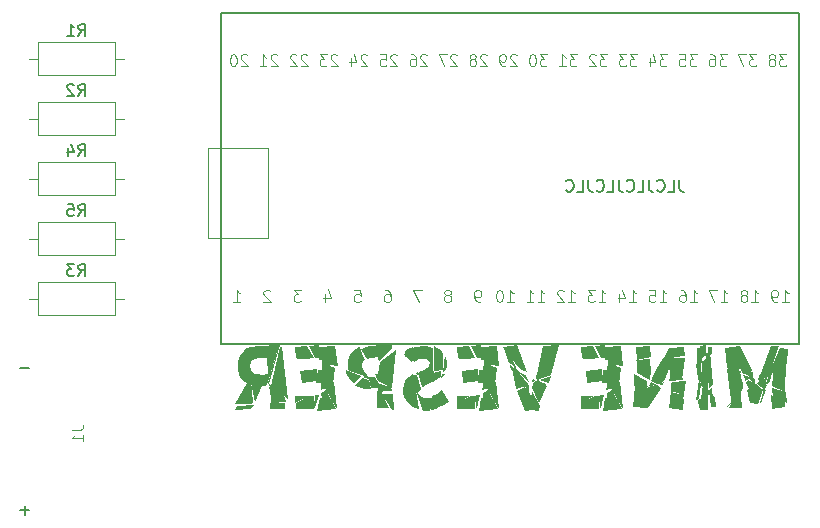
<source format=gbr>
%TF.GenerationSoftware,KiCad,Pcbnew,8.0.6*%
%TF.CreationDate,2025-10-28T17:51:58+09:00*%
%TF.ProjectId,Drone_hacking_PCB,44726f6e-655f-4686-9163-6b696e675f50,rev?*%
%TF.SameCoordinates,Original*%
%TF.FileFunction,Legend,Bot*%
%TF.FilePolarity,Positive*%
%FSLAX46Y46*%
G04 Gerber Fmt 4.6, Leading zero omitted, Abs format (unit mm)*
G04 Created by KiCad (PCBNEW 8.0.6) date 2025-10-28 17:51:58*
%MOMM*%
%LPD*%
G01*
G04 APERTURE LIST*
%ADD10C,0.150000*%
%ADD11C,0.100000*%
%ADD12C,0.200000*%
%ADD13C,0.120000*%
G04 APERTURE END LIST*
D10*
G36*
X164142986Y-96853524D02*
G01*
X163029239Y-96946336D01*
X162931542Y-95772749D01*
X164107571Y-96377250D01*
X164142986Y-96853524D01*
G37*
G36*
X160481786Y-96868178D02*
G01*
X159388799Y-96931681D01*
X159669678Y-96427320D01*
X160418283Y-95786182D01*
X160481786Y-96868178D01*
G37*
G36*
X161663921Y-94891032D02*
G01*
X161663921Y-94897138D01*
X161657815Y-94897138D01*
X161663921Y-94891032D01*
G37*
G36*
X164163747Y-95516294D02*
G01*
X163050000Y-95025366D01*
X163065206Y-94763915D01*
X163090110Y-94480704D01*
X163117488Y-94229120D01*
X163148956Y-93976828D01*
X163183112Y-93730879D01*
X164212595Y-92984717D01*
X164163747Y-95516294D01*
G37*
G36*
X159227599Y-96910921D02*
G01*
X159186078Y-96903593D01*
X159200732Y-96689881D01*
X159578087Y-96440753D01*
X159227599Y-96910921D01*
G37*
G36*
X164338381Y-96440753D02*
G01*
X163148918Y-95871667D01*
X163071981Y-95246406D01*
X163064654Y-95168248D01*
X164233356Y-95502861D01*
X164338381Y-96440753D01*
G37*
G36*
X161629727Y-94897138D02*
G01*
X161629727Y-94904466D01*
X161635833Y-94904466D01*
X162259874Y-95374633D01*
X162447941Y-94891032D01*
X161986322Y-94662665D01*
X162728820Y-94179064D01*
X163674040Y-91811130D01*
X164373796Y-91867306D01*
X164268771Y-93204535D01*
X163197766Y-93887194D01*
X163248009Y-93634790D01*
X163288136Y-93432903D01*
X163260048Y-93432903D01*
X163015806Y-93994661D01*
X162728820Y-94179064D01*
X162447941Y-94891032D01*
X162595708Y-94976517D01*
X162378332Y-95460118D01*
X162259874Y-95374633D01*
X161804361Y-96526238D01*
X161202302Y-96476168D01*
X160894556Y-95359979D01*
X161622400Y-94891032D01*
X161629727Y-94897138D01*
G37*
G36*
X161370830Y-93773621D02*
G01*
X161412351Y-93959246D01*
X161454483Y-94202725D01*
X161496615Y-94456280D01*
X161027669Y-94186392D01*
X161370830Y-93773621D01*
G37*
G36*
X159305757Y-93375505D02*
G01*
X159857745Y-93631960D01*
X160418283Y-93788276D01*
X160446371Y-93909176D01*
X159857745Y-93631960D01*
X159319190Y-93489078D01*
X159305757Y-93375505D01*
G37*
G36*
X162546859Y-94812875D02*
G01*
X162784996Y-94086252D01*
X162063258Y-94599162D01*
X161873970Y-94521004D01*
X161951774Y-94270455D01*
X162032034Y-94025801D01*
X162070586Y-93916503D01*
X162959630Y-91654815D01*
X163610537Y-91675575D01*
X162784996Y-94086252D01*
X163064654Y-93894521D01*
X162826517Y-94571074D01*
X162693405Y-94891032D01*
X162546859Y-94812875D01*
X162378332Y-95302581D01*
X162498011Y-95380739D01*
X162063258Y-96483496D01*
X161978995Y-96476168D01*
X162378332Y-95302581D01*
X161727424Y-94869050D01*
X161755512Y-94869050D01*
X161776273Y-94812875D01*
X162063258Y-94599162D01*
X162546859Y-94812875D01*
G37*
G36*
X161832449Y-94947208D02*
G01*
X161915067Y-94711362D01*
X161937473Y-94649232D01*
X162126762Y-94733496D01*
X161832449Y-94947208D01*
G37*
G36*
X160978820Y-94370795D02*
G01*
X160754117Y-94634577D01*
X160726029Y-94491695D01*
X160641765Y-94093579D01*
X160978820Y-94370795D01*
X161132693Y-94201046D01*
X161594312Y-94470935D01*
X161632505Y-94726635D01*
X161671249Y-94947208D01*
X161663921Y-94947208D01*
X160978820Y-94370795D01*
G37*
G36*
X160866468Y-94805547D02*
G01*
X161033775Y-94499023D01*
X160641765Y-94307292D01*
X160558722Y-94115561D01*
X161146127Y-94299965D01*
X161033775Y-94499023D01*
X161825122Y-94911793D01*
X161181542Y-95488206D01*
X160866468Y-94805547D01*
G37*
G36*
X160425610Y-95281821D02*
G01*
X160410956Y-95907083D01*
X159620830Y-96483496D01*
X160425610Y-95281821D01*
G37*
G36*
X159249581Y-93631960D02*
G01*
X159788136Y-93773621D01*
X159234926Y-93524494D01*
X159011444Y-91839218D01*
X160354780Y-91654815D01*
X161363503Y-93645394D01*
X161138799Y-94136322D01*
X160544068Y-93980006D01*
X160228995Y-93332763D01*
X160194801Y-93340090D01*
X160256485Y-93579327D01*
X160322397Y-93830438D01*
X160348674Y-93929937D01*
X159788136Y-93773621D01*
X160376762Y-94044731D01*
X160435705Y-94294434D01*
X160491778Y-94544499D01*
X160541759Y-94786872D01*
X160587288Y-95044120D01*
X160600244Y-95132833D01*
X160614898Y-95239078D01*
X159998185Y-96554326D01*
X159683112Y-96868178D01*
X159249581Y-93631960D01*
G37*
G36*
X157664445Y-95380739D02*
G01*
X157713293Y-95317236D01*
X157482484Y-92365561D01*
X157019644Y-92828401D01*
X157083147Y-94770132D01*
X156768073Y-94428192D01*
X156627634Y-93204535D01*
X157019644Y-92828401D01*
X156970795Y-91612072D01*
X157418981Y-91554675D01*
X157482484Y-92365561D01*
X157762142Y-92081018D01*
X158077215Y-94904466D01*
X157713293Y-95317236D01*
X157726727Y-95445464D01*
X158189567Y-95936392D01*
X158287264Y-96790020D01*
X157839078Y-96838869D01*
X157726727Y-95445464D01*
X157664445Y-95380739D01*
G37*
G36*
X156991556Y-96924354D02*
G01*
X156880425Y-96931681D01*
X156803489Y-96191625D01*
X156970795Y-96007222D01*
X156991556Y-96924354D01*
G37*
G36*
X156985450Y-96092707D02*
G01*
X157195498Y-94869050D01*
X157643684Y-95594452D01*
X156985450Y-96092707D01*
G37*
G36*
X156824249Y-96100034D02*
G01*
X156627634Y-96249023D01*
X156816922Y-94485589D01*
X157055059Y-94883705D01*
X156824249Y-96100034D01*
G37*
G36*
X156893859Y-97074563D02*
G01*
X156942707Y-96163538D01*
X157544766Y-95587124D01*
X157600942Y-95659176D01*
X157593614Y-95530949D01*
X157544766Y-95587124D01*
X157019644Y-94919120D01*
X157124668Y-92984717D01*
X156704570Y-93325436D01*
X156670376Y-91775715D01*
X157188171Y-91768387D01*
X157124668Y-92984717D01*
X157621702Y-92564619D01*
X157636357Y-91753733D01*
X157923342Y-91746406D01*
X157936775Y-92308164D01*
X157621702Y-92564619D01*
X157593614Y-95530949D01*
X157992951Y-95146266D01*
X158013712Y-96185519D01*
X157600942Y-95659176D01*
X157587508Y-97059909D01*
X156893859Y-97074563D01*
G37*
G36*
X154446545Y-95423482D02*
G01*
X154467306Y-95168248D01*
X154494916Y-94914015D01*
X154523482Y-94684647D01*
X155714166Y-94591835D01*
X155609141Y-95786182D01*
X154510048Y-95460118D01*
X155581053Y-96163538D01*
X155504117Y-97024494D01*
X154313433Y-96918248D01*
X154446545Y-95445464D01*
X154510048Y-95460118D01*
X154446545Y-95423482D01*
G37*
G36*
X152507257Y-95060781D02*
G01*
X152455359Y-95300515D01*
X152451081Y-95324563D01*
X152486496Y-95324563D01*
X152612281Y-95097418D01*
X153536741Y-95374633D01*
X152550000Y-96924354D01*
X151282379Y-96797348D01*
X151450907Y-95060781D01*
X152304535Y-94997278D01*
X152507257Y-95060781D01*
G37*
G36*
X155399092Y-94563747D02*
G01*
X154356175Y-94030076D01*
X154415445Y-93777564D01*
X154477934Y-93532908D01*
X154517376Y-93375505D01*
X154481960Y-93368178D01*
X154138799Y-93923831D01*
X153285170Y-93503733D01*
X153915317Y-92586601D01*
X155643335Y-92664759D01*
X155399092Y-94563747D01*
G37*
G36*
X152689218Y-93347418D02*
G01*
X151492428Y-92955408D01*
X151492428Y-92834508D01*
X152683112Y-92713607D01*
X152689218Y-93347418D01*
G37*
G36*
X154313433Y-94577180D02*
G01*
X154367984Y-94335916D01*
X154425262Y-94092773D01*
X154483704Y-93850883D01*
X154495394Y-93802930D01*
X155532205Y-94329274D01*
X155504117Y-94541765D01*
X154313433Y-94577180D01*
G37*
G36*
X152598848Y-95068108D02*
G01*
X152745394Y-94677320D01*
X153263189Y-94926448D01*
X152598848Y-95068108D01*
G37*
G36*
X151499755Y-95224424D02*
G01*
X151471667Y-94919120D01*
X152332623Y-95011933D01*
X151499755Y-95224424D01*
G37*
G36*
X153865247Y-94720062D02*
G01*
X153774877Y-94989951D01*
X153418283Y-94861723D01*
X153865247Y-94720062D01*
G37*
G36*
X152955443Y-94171737D02*
G01*
X153305931Y-93518387D01*
X154202302Y-93844452D01*
X153942184Y-94407431D01*
X153726029Y-94812875D01*
X153257083Y-94876378D01*
X152760048Y-94599162D01*
X152955443Y-94171737D01*
G37*
G36*
X151618213Y-92899232D02*
G01*
X152794242Y-93354745D01*
X152788136Y-93481751D01*
X152773272Y-93739713D01*
X152750737Y-94007636D01*
X152720645Y-94279452D01*
X152683112Y-94549092D01*
X151584019Y-93909176D01*
X151618213Y-92899232D01*
G37*
G36*
X154369609Y-95488206D02*
G01*
X154425785Y-95523621D01*
X155538311Y-95808164D01*
X155517550Y-96185519D01*
X154425785Y-95523621D01*
X154362281Y-95508967D01*
X154369609Y-95488206D01*
G37*
G36*
X152675785Y-94997278D02*
G01*
X153354780Y-94969190D01*
X153669853Y-95189009D01*
X153523307Y-95417376D01*
X152606175Y-95110851D01*
X152675785Y-94997278D01*
G37*
G36*
X152626936Y-95082763D02*
G01*
X152619609Y-95160921D01*
X152409560Y-95125505D01*
X152626936Y-95082763D01*
G37*
G36*
X151351988Y-94008094D02*
G01*
X152473063Y-94591835D01*
X152456857Y-94839157D01*
X152430042Y-95090786D01*
X152424214Y-95138939D01*
X152206838Y-95181681D01*
X151359316Y-95025366D01*
X151351988Y-94008094D01*
G37*
G36*
X154348848Y-91781821D02*
G01*
X155622575Y-91739078D01*
X155643335Y-92471807D01*
X153921423Y-92678192D01*
X154348848Y-91781821D01*
G37*
G36*
X151527843Y-91718318D02*
G01*
X152711200Y-91612072D01*
X152794242Y-92607362D01*
X151618213Y-92806420D01*
X151527843Y-91718318D01*
G37*
G36*
X148697069Y-97180809D02*
G01*
X148920551Y-96085380D01*
X149095184Y-96064619D01*
X149046336Y-95587124D01*
X149453000Y-95331891D01*
X150342044Y-97002512D01*
X148697069Y-97180809D01*
G37*
G36*
X149012142Y-95402721D02*
G01*
X149018248Y-95317236D01*
X149305233Y-94684647D01*
X149460327Y-95239078D01*
X149012142Y-95402721D01*
G37*
G36*
X146827390Y-95900976D02*
G01*
X147989986Y-95871667D01*
X146834717Y-96483496D01*
X146827390Y-95900976D01*
G37*
G36*
X149060990Y-95339218D02*
G01*
X149074424Y-94776238D01*
X148648220Y-94762805D01*
X148759351Y-93702791D01*
X148913224Y-93702791D01*
X149291800Y-94684647D01*
X149060990Y-95339218D01*
G37*
G36*
X148843614Y-95828925D02*
G01*
X148556629Y-96903593D01*
X148458932Y-96910921D01*
X148500453Y-95836252D01*
X148843614Y-95828925D01*
G37*
G36*
X147024005Y-92720935D02*
G01*
X147037438Y-92543859D01*
X147731088Y-92778332D01*
X147024005Y-92720935D01*
G37*
G36*
X147408688Y-94783565D02*
G01*
X147282903Y-93723551D01*
X148668981Y-93559909D01*
X148717829Y-94627250D01*
X147408688Y-94783565D01*
G37*
G36*
X146896999Y-96996406D02*
G01*
X146883565Y-96512805D01*
X148024180Y-95886322D01*
X148466259Y-95865561D01*
X148423517Y-96939009D01*
X146896999Y-96996406D01*
G37*
G36*
X150131995Y-91625505D02*
G01*
X150244347Y-91612072D01*
X150447069Y-93318108D01*
X149837683Y-93239951D01*
X150131995Y-91625505D01*
G37*
G36*
X149158688Y-92799092D02*
G01*
X148885136Y-92821074D01*
X148885136Y-91761060D01*
X150208932Y-91647487D01*
X149852337Y-93247278D01*
X149186775Y-93141032D01*
X149158688Y-92799092D01*
G37*
G36*
X147660258Y-92756350D02*
G01*
X146939741Y-92650104D01*
X146855478Y-91768387D01*
X147870307Y-91668248D01*
X148402756Y-92678192D01*
X147660258Y-92756350D01*
G37*
G36*
X150131995Y-94720062D02*
G01*
X150404326Y-96875505D01*
X150299302Y-96888939D01*
X149368736Y-95239078D01*
X150131995Y-94720062D01*
G37*
G36*
X149670376Y-93282693D02*
G01*
X150244347Y-93496406D01*
X150089253Y-94904466D01*
X149222191Y-95224424D01*
X149068318Y-94669993D01*
X149670376Y-93282693D01*
G37*
G36*
X149089078Y-93667376D02*
G01*
X149151360Y-93034787D01*
X149788834Y-93261933D01*
X149207536Y-94655338D01*
X148899790Y-93652721D01*
X149089078Y-93667376D01*
G37*
G36*
X148879030Y-91562002D02*
G01*
X148879030Y-92629344D01*
X148556629Y-92650104D01*
X148046161Y-91625505D01*
X148879030Y-91562002D01*
G37*
G36*
X141617690Y-93866434D02*
G01*
X142142812Y-94108234D01*
X142170900Y-94201046D01*
X141792323Y-94086252D01*
X142387055Y-94840963D01*
X142429797Y-94982623D01*
X142156245Y-95110851D01*
X143339602Y-97009839D01*
X142114724Y-97117306D01*
X141469923Y-95438136D01*
X142156245Y-95110851D01*
X141449162Y-93987334D01*
X141792323Y-94086252D01*
X141617690Y-93866434D01*
G37*
G36*
X143815875Y-95090090D02*
G01*
X143052616Y-94612595D01*
X142744870Y-94720062D01*
X142816623Y-94479636D01*
X142821807Y-94463607D01*
X143052616Y-94612595D01*
X143191835Y-94571074D01*
X143892812Y-94869050D01*
X143815875Y-95090090D01*
G37*
G36*
X142128157Y-95060781D02*
G01*
X142422470Y-94976517D01*
X142458065Y-95234307D01*
X142495870Y-95493238D01*
X142537514Y-95754452D01*
X142562909Y-95900976D01*
X142597103Y-95907083D01*
X142680613Y-95670548D01*
X142744870Y-95466224D01*
X143429972Y-96725296D01*
X143262665Y-97160048D01*
X142981786Y-97130739D01*
X142128157Y-95060781D01*
X141392986Y-95267166D01*
X141049825Y-93546475D01*
X141623796Y-93831018D01*
X142128157Y-95060781D01*
G37*
G36*
X141239113Y-93645394D02*
G01*
X140651709Y-92181158D01*
X141540753Y-93859106D01*
X141239113Y-93645394D01*
G37*
G36*
X141364898Y-93397487D02*
G01*
X140790928Y-93098290D01*
X140286566Y-91604745D01*
X140588206Y-92023621D01*
X141364898Y-93397487D01*
G37*
G36*
X143248011Y-94506350D02*
G01*
X143969748Y-95054675D01*
X143324947Y-96490823D01*
X142702128Y-95210990D01*
X142788681Y-94970950D01*
X142875235Y-94733229D01*
X142932937Y-94577180D01*
X143248011Y-94506350D01*
X143031856Y-94335380D01*
X143052616Y-94286531D01*
X143395778Y-94478262D01*
X143248011Y-94506350D01*
G37*
G36*
X140252372Y-91739078D02*
G01*
X141449162Y-91590090D01*
X142275924Y-93816364D01*
X141736147Y-93589218D01*
X140518597Y-92138415D01*
X140252372Y-91739078D01*
G37*
G36*
X140447766Y-91668248D02*
G01*
X140651709Y-92116434D01*
X140385484Y-91668248D01*
X140447766Y-91668248D01*
G37*
G36*
X144290928Y-94201046D02*
G01*
X144116294Y-94818981D01*
X143409211Y-94556420D01*
X144290928Y-94201046D01*
G37*
G36*
X143031856Y-94329274D02*
G01*
X143081961Y-94081383D01*
X143094138Y-94037404D01*
X143640020Y-91612072D01*
X144963817Y-91576657D01*
X144277494Y-94100907D01*
X143401884Y-94456280D01*
X143031856Y-94329274D01*
G37*
G36*
X141280635Y-93631960D02*
G01*
X141623796Y-93773621D01*
X141805757Y-93987334D01*
X142191660Y-94080146D01*
X142197766Y-94100907D01*
X142287926Y-94332704D01*
X142372934Y-94562182D01*
X142429797Y-94712735D01*
X141805757Y-93987334D01*
X141463817Y-93901849D01*
X141280635Y-93631960D01*
G37*
G36*
X140819016Y-93290020D02*
G01*
X141358792Y-93652721D01*
X141484577Y-93951919D01*
X140903279Y-93674703D01*
X140819016Y-93290020D01*
G37*
G36*
X138189741Y-97180809D02*
G01*
X138413224Y-96085380D01*
X138587857Y-96064619D01*
X138539009Y-95587124D01*
X138945673Y-95331891D01*
X139834717Y-97002512D01*
X138189741Y-97180809D01*
G37*
G36*
X138504815Y-95402721D02*
G01*
X138510921Y-95317236D01*
X138797906Y-94684647D01*
X138953000Y-95239078D01*
X138504815Y-95402721D01*
G37*
G36*
X136320062Y-95900976D02*
G01*
X137482658Y-95871667D01*
X136327390Y-96483496D01*
X136320062Y-95900976D01*
G37*
G36*
X138553663Y-95339218D02*
G01*
X138567096Y-94776238D01*
X138140893Y-94762805D01*
X138252023Y-93702791D01*
X138405896Y-93702791D01*
X138784473Y-94684647D01*
X138553663Y-95339218D01*
G37*
G36*
X138336287Y-95828925D02*
G01*
X138049302Y-96903593D01*
X137951605Y-96910921D01*
X137993126Y-95836252D01*
X138336287Y-95828925D01*
G37*
G36*
X136516678Y-92720935D02*
G01*
X136530111Y-92543859D01*
X137223761Y-92778332D01*
X136516678Y-92720935D01*
G37*
G36*
X136901360Y-94783565D02*
G01*
X136775575Y-93723551D01*
X138161653Y-93559909D01*
X138210502Y-94627250D01*
X136901360Y-94783565D01*
G37*
G36*
X136389672Y-96996406D02*
G01*
X136376238Y-96512805D01*
X137516852Y-95886322D01*
X137958932Y-95865561D01*
X137916189Y-96939009D01*
X136389672Y-96996406D01*
G37*
G36*
X139624668Y-91625505D02*
G01*
X139737020Y-91612072D01*
X139939741Y-93318108D01*
X139330355Y-93239951D01*
X139624668Y-91625505D01*
G37*
G36*
X138651360Y-92799092D02*
G01*
X138377808Y-92821074D01*
X138377808Y-91761060D01*
X139701605Y-91647487D01*
X139345010Y-93247278D01*
X138679448Y-93141032D01*
X138651360Y-92799092D01*
G37*
G36*
X137152930Y-92756350D02*
G01*
X136432414Y-92650104D01*
X136348150Y-91768387D01*
X137362979Y-91668248D01*
X137895429Y-92678192D01*
X137152930Y-92756350D01*
G37*
G36*
X139624668Y-94720062D02*
G01*
X139896999Y-96875505D01*
X139791974Y-96888939D01*
X138861409Y-95239078D01*
X139624668Y-94720062D01*
G37*
G36*
X139163049Y-93282693D02*
G01*
X139737020Y-93496406D01*
X139581926Y-94904466D01*
X138714863Y-95224424D01*
X138560990Y-94669993D01*
X139163049Y-93282693D01*
G37*
G36*
X138581751Y-93667376D02*
G01*
X138644033Y-93034787D01*
X139281507Y-93261933D01*
X138700209Y-94655338D01*
X138392463Y-93652721D01*
X138581751Y-93667376D01*
G37*
G36*
X138371702Y-91562002D02*
G01*
X138371702Y-92629344D01*
X138049302Y-92650104D01*
X137538834Y-91625505D01*
X138371702Y-91562002D01*
G37*
G36*
X133146127Y-96996406D02*
G01*
X132894405Y-96912089D01*
X132667136Y-96804872D01*
X132403002Y-96630123D01*
X132184391Y-96423854D01*
X132012478Y-96191317D01*
X131888435Y-95937765D01*
X131813437Y-95668448D01*
X131788656Y-95388620D01*
X131795464Y-95246406D01*
X131840488Y-94967285D01*
X131921816Y-94722683D01*
X132065047Y-94471698D01*
X132255418Y-94263603D01*
X132490129Y-94094679D01*
X132669853Y-94001988D01*
X133146127Y-96996406D01*
G37*
G36*
X131878506Y-92365561D02*
G01*
X132005512Y-92265422D01*
X132067794Y-92642777D01*
X131878506Y-92365561D01*
G37*
G36*
X135336985Y-92443719D02*
G01*
X135439859Y-92665965D01*
X135500848Y-92904851D01*
X135518946Y-93133705D01*
X135499925Y-93385584D01*
X135440046Y-93633534D01*
X135372400Y-93802930D01*
X135148918Y-93816364D01*
X135336985Y-92443719D01*
G37*
G36*
X134952302Y-95473551D02*
G01*
X135057327Y-95402721D01*
X135680146Y-96349162D01*
X135462555Y-96499818D01*
X135232813Y-96626665D01*
X134993144Y-96730086D01*
X134745772Y-96810464D01*
X134601814Y-96846196D01*
X134952302Y-95473551D01*
G37*
G36*
X133552791Y-96021877D02*
G01*
X133798343Y-96068025D01*
X133839776Y-96070725D01*
X134089680Y-96065316D01*
X134294068Y-96027983D01*
X134076692Y-97173482D01*
X133829396Y-97169080D01*
X133783600Y-97166154D01*
X133671249Y-97160048D01*
X133552791Y-96021877D01*
G37*
G36*
X132754117Y-92834508D02*
G01*
X132528416Y-92952532D01*
X132425610Y-93020132D01*
X132047034Y-92458374D01*
X131970097Y-92088346D01*
X132179585Y-91941702D01*
X132401736Y-91821791D01*
X132613677Y-91732972D01*
X132754117Y-92834508D01*
G37*
G36*
X135302791Y-94015422D02*
G01*
X135148010Y-94210126D01*
X134987718Y-94357362D01*
X135085415Y-94001988D01*
X135302791Y-94015422D01*
G37*
G36*
X134406420Y-93780949D02*
G01*
X134399092Y-94571074D01*
X133894731Y-94848290D01*
X133674097Y-94969381D01*
X133466087Y-95098317D01*
X133419678Y-95132833D01*
X133089951Y-93972679D01*
X132789532Y-94015422D01*
X132823726Y-93994661D01*
X133055757Y-93873761D01*
X133089951Y-93972679D01*
X134406420Y-93780949D01*
X134441835Y-91675575D01*
X134676079Y-91787316D01*
X134884220Y-91928367D01*
X135063509Y-92095978D01*
X135211200Y-92287404D01*
X135141591Y-93674703D01*
X134406420Y-93780949D01*
G37*
G36*
X135008478Y-94165631D02*
G01*
X134824906Y-94350501D01*
X134616982Y-94508477D01*
X134419853Y-94627250D01*
X134286741Y-94691974D01*
X134301395Y-93901849D01*
X132977599Y-94080146D01*
X133307327Y-95246406D01*
X133135334Y-95428347D01*
X133097278Y-95629867D01*
X133193760Y-95867136D01*
X133409100Y-96001212D01*
X133524703Y-96027983D01*
X133825122Y-97123412D01*
X133574249Y-97126645D01*
X133453872Y-97117306D01*
X132453698Y-94257222D01*
X132668874Y-94130971D01*
X132684508Y-94122889D01*
X132977599Y-94080146D01*
X132950732Y-93987334D01*
X133342742Y-93788276D01*
X133576026Y-93667354D01*
X133803185Y-93536507D01*
X134003016Y-93360848D01*
X134070586Y-93119050D01*
X133972993Y-92884914D01*
X133736923Y-92758626D01*
X133490154Y-92738259D01*
X133419678Y-92742916D01*
X133168243Y-92787950D01*
X132916053Y-92879422D01*
X132684508Y-93012805D01*
X132375540Y-91945464D01*
X132609269Y-91836089D01*
X132845860Y-91752817D01*
X133083597Y-91694733D01*
X133320760Y-91660921D01*
X133564939Y-91650620D01*
X133832354Y-91668525D01*
X134085373Y-91714794D01*
X134321933Y-91785994D01*
X134350244Y-91796475D01*
X134301395Y-93901849D01*
X135036566Y-93795603D01*
X135008478Y-94165631D01*
G37*
G36*
X134742254Y-96896266D02*
G01*
X134495198Y-96974875D01*
X134238166Y-97033795D01*
X134119434Y-97052581D01*
X134209804Y-95893649D01*
X134440262Y-95800646D01*
X134665577Y-95673699D01*
X134877028Y-95521082D01*
X134916887Y-95488206D01*
X134742254Y-96896266D01*
G37*
G36*
X129565526Y-96910921D02*
G01*
X129580181Y-95417376D01*
X129964863Y-95466224D01*
X130636531Y-96918248D01*
X129565526Y-96910921D01*
G37*
G36*
X128648394Y-94072819D02*
G01*
X128845010Y-94158304D01*
X128907292Y-94450174D01*
X129754815Y-94805547D01*
X130077215Y-95551709D01*
X129698639Y-95495533D01*
X129705966Y-95231751D01*
X129096580Y-95210990D01*
X129068492Y-95210990D01*
X128907292Y-94450174D01*
X128431018Y-94249895D01*
X128648394Y-94072819D01*
G37*
G36*
X130902756Y-95722679D02*
G01*
X131028541Y-97059909D01*
X130846580Y-97074563D01*
X130027145Y-95694591D01*
X130902756Y-95722679D01*
G37*
G36*
X130776971Y-95090090D02*
G01*
X130818492Y-95460118D01*
X129936775Y-95466224D01*
X129509351Y-94783565D01*
X130776971Y-95090090D01*
G37*
G36*
X130833147Y-95239078D02*
G01*
X129670551Y-94634577D01*
X129453175Y-94037404D01*
X129691311Y-94058164D01*
X129810990Y-92977390D01*
X131176308Y-92017515D01*
X130833147Y-95239078D01*
G37*
G36*
X128879204Y-94541765D02*
G01*
X128796161Y-94249895D01*
X129043893Y-94287128D01*
X129152756Y-94286531D01*
X129453175Y-94286531D01*
X129747487Y-94855617D01*
X128879204Y-94541765D01*
X129083147Y-95296475D01*
X128806922Y-95285012D01*
X128539504Y-95250107D01*
X128284032Y-95190988D01*
X128043645Y-95106882D01*
X127821484Y-94997016D01*
X127752023Y-94954535D01*
X128389497Y-94364689D01*
X128879204Y-94541765D01*
G37*
G36*
X128018248Y-91910048D02*
G01*
X128109839Y-91889288D01*
X128612979Y-92828401D01*
X128383520Y-92930406D01*
X128333321Y-92970062D01*
X128018248Y-91910048D01*
G37*
G36*
X129712072Y-92607362D02*
G01*
X129201605Y-92664759D01*
X128956364Y-92705148D01*
X128774180Y-92756350D01*
X128207536Y-91861200D01*
X128445381Y-91782454D01*
X128698073Y-91720390D01*
X128964719Y-91675231D01*
X129019644Y-91668248D01*
X130839253Y-91455757D01*
X130881995Y-91796475D01*
X129762142Y-93040893D01*
X129712072Y-92607362D01*
G37*
G36*
X127178053Y-93788276D02*
G01*
X127129281Y-93546023D01*
X127115771Y-93432903D01*
X127107543Y-93181416D01*
X127136532Y-92878202D01*
X127208029Y-92610218D01*
X127318585Y-92375876D01*
X127464751Y-92173587D01*
X127643077Y-92001763D01*
X127850114Y-91858815D01*
X128082415Y-91743155D01*
X128144033Y-91718318D01*
X128507955Y-92763677D01*
X128362969Y-92981153D01*
X128322142Y-93230121D01*
X128325994Y-93318108D01*
X128376192Y-93570265D01*
X128493317Y-93791611D01*
X128695194Y-93958660D01*
X128739986Y-93980006D01*
X128543370Y-94179064D01*
X127178053Y-93788276D01*
G37*
G36*
X127605478Y-94770132D02*
G01*
X127396019Y-94590185D01*
X127220703Y-94376709D01*
X127083517Y-94128785D01*
X126999301Y-93888162D01*
X126954570Y-93667376D01*
X128271039Y-94207152D01*
X127605478Y-94770132D01*
G37*
G36*
X124507257Y-97180809D02*
G01*
X124730739Y-96085380D01*
X124905373Y-96064619D01*
X124856524Y-95587124D01*
X125263189Y-95331891D01*
X126152233Y-97002512D01*
X124507257Y-97180809D01*
G37*
G36*
X124822330Y-95402721D02*
G01*
X124828436Y-95317236D01*
X125115422Y-94684647D01*
X125270516Y-95239078D01*
X124822330Y-95402721D01*
G37*
G36*
X122637578Y-95900976D02*
G01*
X123800174Y-95871667D01*
X122644905Y-96483496D01*
X122637578Y-95900976D01*
G37*
G36*
X124871179Y-95339218D02*
G01*
X124884612Y-94776238D01*
X124458408Y-94762805D01*
X124569539Y-93702791D01*
X124723412Y-93702791D01*
X125101988Y-94684647D01*
X124871179Y-95339218D01*
G37*
G36*
X124653803Y-95828925D02*
G01*
X124366817Y-96903593D01*
X124269120Y-96910921D01*
X124310642Y-95836252D01*
X124653803Y-95828925D01*
G37*
G36*
X122834193Y-92720935D02*
G01*
X122847627Y-92543859D01*
X123541277Y-92778332D01*
X122834193Y-92720935D01*
G37*
G36*
X123218876Y-94783565D02*
G01*
X123093091Y-93723551D01*
X124479169Y-93559909D01*
X124528018Y-94627250D01*
X123218876Y-94783565D01*
G37*
G36*
X122707187Y-96996406D02*
G01*
X122693754Y-96512805D01*
X123834368Y-95886322D01*
X124276448Y-95865561D01*
X124233705Y-96939009D01*
X122707187Y-96996406D01*
G37*
G36*
X125942184Y-91625505D02*
G01*
X126054535Y-91612072D01*
X126257257Y-93318108D01*
X125647871Y-93239951D01*
X125942184Y-91625505D01*
G37*
G36*
X124968876Y-92799092D02*
G01*
X124695324Y-92821074D01*
X124695324Y-91761060D01*
X126019120Y-91647487D01*
X125662526Y-93247278D01*
X124996964Y-93141032D01*
X124968876Y-92799092D01*
G37*
G36*
X123470446Y-92756350D02*
G01*
X122749930Y-92650104D01*
X122665666Y-91768387D01*
X123680495Y-91668248D01*
X124212944Y-92678192D01*
X123470446Y-92756350D01*
G37*
G36*
X125942184Y-94720062D02*
G01*
X126214515Y-96875505D01*
X126109490Y-96888939D01*
X125178925Y-95239078D01*
X125942184Y-94720062D01*
G37*
G36*
X125480565Y-93282693D02*
G01*
X126054535Y-93496406D01*
X125899441Y-94904466D01*
X125032379Y-95224424D01*
X124878506Y-94669993D01*
X125480565Y-93282693D01*
G37*
G36*
X124899267Y-93667376D02*
G01*
X124961549Y-93034787D01*
X125599023Y-93261933D01*
X125017725Y-94655338D01*
X124709979Y-93652721D01*
X124899267Y-93667376D01*
G37*
G36*
X124689218Y-91562002D02*
G01*
X124689218Y-92629344D01*
X124366817Y-92650104D01*
X123856350Y-91625505D01*
X124689218Y-91562002D01*
G37*
G36*
X121787613Y-96989078D02*
G01*
X120534647Y-96953663D01*
X120541974Y-96512805D01*
X121802267Y-96490823D01*
X121787613Y-96989078D01*
G37*
G36*
X118953175Y-96548220D02*
G01*
X117531681Y-96533565D01*
X118610013Y-94805547D01*
X118378849Y-94654911D01*
X118180360Y-94469424D01*
X118018599Y-94248585D01*
X117897619Y-93991889D01*
X117821473Y-93698835D01*
X117795560Y-93437875D01*
X117797906Y-93226517D01*
X117826337Y-92968803D01*
X117888099Y-92711342D01*
X117991788Y-92462152D01*
X118056803Y-92350907D01*
X118219777Y-92146135D01*
X118417789Y-91982814D01*
X118623447Y-91867306D01*
X119050872Y-96384577D01*
X118953175Y-96548220D01*
G37*
G36*
X118953175Y-97002512D02*
G01*
X117552442Y-97045254D01*
X117720969Y-96725296D01*
X119141242Y-96619050D01*
X118953175Y-97002512D01*
G37*
G36*
X121367515Y-91710990D02*
G01*
X121543370Y-91697557D01*
X122025750Y-96107362D01*
X120632344Y-95018039D01*
X120577390Y-95259839D01*
X120457711Y-95274494D01*
X120541974Y-94939881D01*
X120632344Y-95018039D01*
X121367515Y-91710990D01*
G37*
G36*
X121283251Y-91576657D02*
G01*
X121354082Y-91569330D01*
X120472365Y-94833635D01*
X121815701Y-95986461D01*
X121843789Y-96349162D01*
X120590823Y-96483496D01*
X120499232Y-95068108D01*
X120408862Y-95075436D01*
X120472365Y-94833635D01*
X120388101Y-94755478D01*
X121283251Y-91576657D01*
G37*
G36*
X118336461Y-91967445D02*
G01*
X118572240Y-91847798D01*
X118835827Y-91757690D01*
X119080520Y-91701641D01*
X119339574Y-91663108D01*
X119610188Y-91640160D01*
X121262491Y-91562002D01*
X120317271Y-94727390D01*
X119561339Y-94058164D01*
X119811782Y-94066157D01*
X119820237Y-94065491D01*
X120380774Y-94037404D01*
X120311165Y-92622016D01*
X119750628Y-92650104D01*
X119495470Y-92674920D01*
X119243986Y-92739213D01*
X119029187Y-92870296D01*
X118892234Y-93107103D01*
X118868911Y-93354745D01*
X118914332Y-93603982D01*
X119041697Y-93824801D01*
X119245598Y-93975352D01*
X119483555Y-94047823D01*
X119561339Y-94058164D01*
X120317271Y-94727390D01*
X120219574Y-95054675D01*
X119827564Y-95068108D01*
X119218178Y-96419993D01*
X118336461Y-91967445D01*
G37*
X155177506Y-77569819D02*
X155177506Y-78284104D01*
X155177506Y-78284104D02*
X155225125Y-78426961D01*
X155225125Y-78426961D02*
X155320363Y-78522200D01*
X155320363Y-78522200D02*
X155463220Y-78569819D01*
X155463220Y-78569819D02*
X155558458Y-78569819D01*
X154225125Y-78569819D02*
X154701315Y-78569819D01*
X154701315Y-78569819D02*
X154701315Y-77569819D01*
X153320363Y-78474580D02*
X153367982Y-78522200D01*
X153367982Y-78522200D02*
X153510839Y-78569819D01*
X153510839Y-78569819D02*
X153606077Y-78569819D01*
X153606077Y-78569819D02*
X153748934Y-78522200D01*
X153748934Y-78522200D02*
X153844172Y-78426961D01*
X153844172Y-78426961D02*
X153891791Y-78331723D01*
X153891791Y-78331723D02*
X153939410Y-78141247D01*
X153939410Y-78141247D02*
X153939410Y-77998390D01*
X153939410Y-77998390D02*
X153891791Y-77807914D01*
X153891791Y-77807914D02*
X153844172Y-77712676D01*
X153844172Y-77712676D02*
X153748934Y-77617438D01*
X153748934Y-77617438D02*
X153606077Y-77569819D01*
X153606077Y-77569819D02*
X153510839Y-77569819D01*
X153510839Y-77569819D02*
X153367982Y-77617438D01*
X153367982Y-77617438D02*
X153320363Y-77665057D01*
X152606077Y-77569819D02*
X152606077Y-78284104D01*
X152606077Y-78284104D02*
X152653696Y-78426961D01*
X152653696Y-78426961D02*
X152748934Y-78522200D01*
X152748934Y-78522200D02*
X152891791Y-78569819D01*
X152891791Y-78569819D02*
X152987029Y-78569819D01*
X151653696Y-78569819D02*
X152129886Y-78569819D01*
X152129886Y-78569819D02*
X152129886Y-77569819D01*
X150748934Y-78474580D02*
X150796553Y-78522200D01*
X150796553Y-78522200D02*
X150939410Y-78569819D01*
X150939410Y-78569819D02*
X151034648Y-78569819D01*
X151034648Y-78569819D02*
X151177505Y-78522200D01*
X151177505Y-78522200D02*
X151272743Y-78426961D01*
X151272743Y-78426961D02*
X151320362Y-78331723D01*
X151320362Y-78331723D02*
X151367981Y-78141247D01*
X151367981Y-78141247D02*
X151367981Y-77998390D01*
X151367981Y-77998390D02*
X151320362Y-77807914D01*
X151320362Y-77807914D02*
X151272743Y-77712676D01*
X151272743Y-77712676D02*
X151177505Y-77617438D01*
X151177505Y-77617438D02*
X151034648Y-77569819D01*
X151034648Y-77569819D02*
X150939410Y-77569819D01*
X150939410Y-77569819D02*
X150796553Y-77617438D01*
X150796553Y-77617438D02*
X150748934Y-77665057D01*
X150034648Y-77569819D02*
X150034648Y-78284104D01*
X150034648Y-78284104D02*
X150082267Y-78426961D01*
X150082267Y-78426961D02*
X150177505Y-78522200D01*
X150177505Y-78522200D02*
X150320362Y-78569819D01*
X150320362Y-78569819D02*
X150415600Y-78569819D01*
X149082267Y-78569819D02*
X149558457Y-78569819D01*
X149558457Y-78569819D02*
X149558457Y-77569819D01*
X148177505Y-78474580D02*
X148225124Y-78522200D01*
X148225124Y-78522200D02*
X148367981Y-78569819D01*
X148367981Y-78569819D02*
X148463219Y-78569819D01*
X148463219Y-78569819D02*
X148606076Y-78522200D01*
X148606076Y-78522200D02*
X148701314Y-78426961D01*
X148701314Y-78426961D02*
X148748933Y-78331723D01*
X148748933Y-78331723D02*
X148796552Y-78141247D01*
X148796552Y-78141247D02*
X148796552Y-77998390D01*
X148796552Y-77998390D02*
X148748933Y-77807914D01*
X148748933Y-77807914D02*
X148701314Y-77712676D01*
X148701314Y-77712676D02*
X148606076Y-77617438D01*
X148606076Y-77617438D02*
X148463219Y-77569819D01*
X148463219Y-77569819D02*
X148367981Y-77569819D01*
X148367981Y-77569819D02*
X148225124Y-77617438D01*
X148225124Y-77617438D02*
X148177505Y-77665057D01*
X147463219Y-77569819D02*
X147463219Y-78284104D01*
X147463219Y-78284104D02*
X147510838Y-78426961D01*
X147510838Y-78426961D02*
X147606076Y-78522200D01*
X147606076Y-78522200D02*
X147748933Y-78569819D01*
X147748933Y-78569819D02*
X147844171Y-78569819D01*
X146510838Y-78569819D02*
X146987028Y-78569819D01*
X146987028Y-78569819D02*
X146987028Y-77569819D01*
X145606076Y-78474580D02*
X145653695Y-78522200D01*
X145653695Y-78522200D02*
X145796552Y-78569819D01*
X145796552Y-78569819D02*
X145891790Y-78569819D01*
X145891790Y-78569819D02*
X146034647Y-78522200D01*
X146034647Y-78522200D02*
X146129885Y-78426961D01*
X146129885Y-78426961D02*
X146177504Y-78331723D01*
X146177504Y-78331723D02*
X146225123Y-78141247D01*
X146225123Y-78141247D02*
X146225123Y-77998390D01*
X146225123Y-77998390D02*
X146177504Y-77807914D01*
X146177504Y-77807914D02*
X146129885Y-77712676D01*
X146129885Y-77712676D02*
X146034647Y-77617438D01*
X146034647Y-77617438D02*
X145891790Y-77569819D01*
X145891790Y-77569819D02*
X145796552Y-77569819D01*
X145796552Y-77569819D02*
X145653695Y-77617438D01*
X145653695Y-77617438D02*
X145606076Y-77665057D01*
X99396779Y-105533866D02*
X100158684Y-105533866D01*
X99777731Y-105914819D02*
X99777731Y-105152914D01*
X99396779Y-93468866D02*
X100158684Y-93468866D01*
D11*
X163881901Y-87915528D02*
X164436187Y-87915528D01*
X164159044Y-87915528D02*
X164159044Y-86915528D01*
X164159044Y-86915528D02*
X164251425Y-87058385D01*
X164251425Y-87058385D02*
X164343806Y-87153623D01*
X164343806Y-87153623D02*
X164436187Y-87201242D01*
X163419996Y-87915528D02*
X163235234Y-87915528D01*
X163235234Y-87915528D02*
X163142853Y-87867909D01*
X163142853Y-87867909D02*
X163096662Y-87820289D01*
X163096662Y-87820289D02*
X163004281Y-87677432D01*
X163004281Y-87677432D02*
X162958091Y-87486956D01*
X162958091Y-87486956D02*
X162958091Y-87106004D01*
X162958091Y-87106004D02*
X163004281Y-87010766D01*
X163004281Y-87010766D02*
X163050472Y-86963147D01*
X163050472Y-86963147D02*
X163142853Y-86915528D01*
X163142853Y-86915528D02*
X163327615Y-86915528D01*
X163327615Y-86915528D02*
X163419996Y-86963147D01*
X163419996Y-86963147D02*
X163466186Y-87010766D01*
X163466186Y-87010766D02*
X163512377Y-87106004D01*
X163512377Y-87106004D02*
X163512377Y-87344099D01*
X163512377Y-87344099D02*
X163466186Y-87439337D01*
X163466186Y-87439337D02*
X163419996Y-87486956D01*
X163419996Y-87486956D02*
X163327615Y-87534575D01*
X163327615Y-87534575D02*
X163142853Y-87534575D01*
X163142853Y-87534575D02*
X163050472Y-87486956D01*
X163050472Y-87486956D02*
X163004281Y-87439337D01*
X163004281Y-87439337D02*
X162958091Y-87344099D01*
X161295233Y-87915528D02*
X161849519Y-87915528D01*
X161572376Y-87915528D02*
X161572376Y-86915528D01*
X161572376Y-86915528D02*
X161664757Y-87058385D01*
X161664757Y-87058385D02*
X161757138Y-87153623D01*
X161757138Y-87153623D02*
X161849519Y-87201242D01*
X160740947Y-87344099D02*
X160833328Y-87296480D01*
X160833328Y-87296480D02*
X160879518Y-87248861D01*
X160879518Y-87248861D02*
X160925709Y-87153623D01*
X160925709Y-87153623D02*
X160925709Y-87106004D01*
X160925709Y-87106004D02*
X160879518Y-87010766D01*
X160879518Y-87010766D02*
X160833328Y-86963147D01*
X160833328Y-86963147D02*
X160740947Y-86915528D01*
X160740947Y-86915528D02*
X160556185Y-86915528D01*
X160556185Y-86915528D02*
X160463804Y-86963147D01*
X160463804Y-86963147D02*
X160417613Y-87010766D01*
X160417613Y-87010766D02*
X160371423Y-87106004D01*
X160371423Y-87106004D02*
X160371423Y-87153623D01*
X160371423Y-87153623D02*
X160417613Y-87248861D01*
X160417613Y-87248861D02*
X160463804Y-87296480D01*
X160463804Y-87296480D02*
X160556185Y-87344099D01*
X160556185Y-87344099D02*
X160740947Y-87344099D01*
X160740947Y-87344099D02*
X160833328Y-87391718D01*
X160833328Y-87391718D02*
X160879518Y-87439337D01*
X160879518Y-87439337D02*
X160925709Y-87534575D01*
X160925709Y-87534575D02*
X160925709Y-87725051D01*
X160925709Y-87725051D02*
X160879518Y-87820289D01*
X160879518Y-87820289D02*
X160833328Y-87867909D01*
X160833328Y-87867909D02*
X160740947Y-87915528D01*
X160740947Y-87915528D02*
X160556185Y-87915528D01*
X160556185Y-87915528D02*
X160463804Y-87867909D01*
X160463804Y-87867909D02*
X160417613Y-87820289D01*
X160417613Y-87820289D02*
X160371423Y-87725051D01*
X160371423Y-87725051D02*
X160371423Y-87534575D01*
X160371423Y-87534575D02*
X160417613Y-87439337D01*
X160417613Y-87439337D02*
X160463804Y-87391718D01*
X160463804Y-87391718D02*
X160556185Y-87344099D01*
X158708565Y-87915528D02*
X159262851Y-87915528D01*
X158985708Y-87915528D02*
X158985708Y-86915528D01*
X158985708Y-86915528D02*
X159078089Y-87058385D01*
X159078089Y-87058385D02*
X159170470Y-87153623D01*
X159170470Y-87153623D02*
X159262851Y-87201242D01*
X158385231Y-86915528D02*
X157738564Y-86915528D01*
X157738564Y-86915528D02*
X158154279Y-87915528D01*
X156121897Y-87915528D02*
X156676183Y-87915528D01*
X156399040Y-87915528D02*
X156399040Y-86915528D01*
X156399040Y-86915528D02*
X156491421Y-87058385D01*
X156491421Y-87058385D02*
X156583802Y-87153623D01*
X156583802Y-87153623D02*
X156676183Y-87201242D01*
X155290468Y-86915528D02*
X155475230Y-86915528D01*
X155475230Y-86915528D02*
X155567611Y-86963147D01*
X155567611Y-86963147D02*
X155613801Y-87010766D01*
X155613801Y-87010766D02*
X155706182Y-87153623D01*
X155706182Y-87153623D02*
X155752373Y-87344099D01*
X155752373Y-87344099D02*
X155752373Y-87725051D01*
X155752373Y-87725051D02*
X155706182Y-87820289D01*
X155706182Y-87820289D02*
X155659992Y-87867909D01*
X155659992Y-87867909D02*
X155567611Y-87915528D01*
X155567611Y-87915528D02*
X155382849Y-87915528D01*
X155382849Y-87915528D02*
X155290468Y-87867909D01*
X155290468Y-87867909D02*
X155244277Y-87820289D01*
X155244277Y-87820289D02*
X155198087Y-87725051D01*
X155198087Y-87725051D02*
X155198087Y-87486956D01*
X155198087Y-87486956D02*
X155244277Y-87391718D01*
X155244277Y-87391718D02*
X155290468Y-87344099D01*
X155290468Y-87344099D02*
X155382849Y-87296480D01*
X155382849Y-87296480D02*
X155567611Y-87296480D01*
X155567611Y-87296480D02*
X155659992Y-87344099D01*
X155659992Y-87344099D02*
X155706182Y-87391718D01*
X155706182Y-87391718D02*
X155752373Y-87486956D01*
X153535229Y-87915528D02*
X154089515Y-87915528D01*
X153812372Y-87915528D02*
X153812372Y-86915528D01*
X153812372Y-86915528D02*
X153904753Y-87058385D01*
X153904753Y-87058385D02*
X153997134Y-87153623D01*
X153997134Y-87153623D02*
X154089515Y-87201242D01*
X152657609Y-86915528D02*
X153119514Y-86915528D01*
X153119514Y-86915528D02*
X153165705Y-87391718D01*
X153165705Y-87391718D02*
X153119514Y-87344099D01*
X153119514Y-87344099D02*
X153027133Y-87296480D01*
X153027133Y-87296480D02*
X152796181Y-87296480D01*
X152796181Y-87296480D02*
X152703800Y-87344099D01*
X152703800Y-87344099D02*
X152657609Y-87391718D01*
X152657609Y-87391718D02*
X152611419Y-87486956D01*
X152611419Y-87486956D02*
X152611419Y-87725051D01*
X152611419Y-87725051D02*
X152657609Y-87820289D01*
X152657609Y-87820289D02*
X152703800Y-87867909D01*
X152703800Y-87867909D02*
X152796181Y-87915528D01*
X152796181Y-87915528D02*
X153027133Y-87915528D01*
X153027133Y-87915528D02*
X153119514Y-87867909D01*
X153119514Y-87867909D02*
X153165705Y-87820289D01*
X150948561Y-87915528D02*
X151502847Y-87915528D01*
X151225704Y-87915528D02*
X151225704Y-86915528D01*
X151225704Y-86915528D02*
X151318085Y-87058385D01*
X151318085Y-87058385D02*
X151410466Y-87153623D01*
X151410466Y-87153623D02*
X151502847Y-87201242D01*
X150117132Y-87248861D02*
X150117132Y-87915528D01*
X150348084Y-86867909D02*
X150579037Y-87582194D01*
X150579037Y-87582194D02*
X149978560Y-87582194D01*
X148361893Y-87915528D02*
X148916179Y-87915528D01*
X148639036Y-87915528D02*
X148639036Y-86915528D01*
X148639036Y-86915528D02*
X148731417Y-87058385D01*
X148731417Y-87058385D02*
X148823798Y-87153623D01*
X148823798Y-87153623D02*
X148916179Y-87201242D01*
X148038559Y-86915528D02*
X147438083Y-86915528D01*
X147438083Y-86915528D02*
X147761416Y-87296480D01*
X147761416Y-87296480D02*
X147622845Y-87296480D01*
X147622845Y-87296480D02*
X147530464Y-87344099D01*
X147530464Y-87344099D02*
X147484273Y-87391718D01*
X147484273Y-87391718D02*
X147438083Y-87486956D01*
X147438083Y-87486956D02*
X147438083Y-87725051D01*
X147438083Y-87725051D02*
X147484273Y-87820289D01*
X147484273Y-87820289D02*
X147530464Y-87867909D01*
X147530464Y-87867909D02*
X147622845Y-87915528D01*
X147622845Y-87915528D02*
X147899988Y-87915528D01*
X147899988Y-87915528D02*
X147992369Y-87867909D01*
X147992369Y-87867909D02*
X148038559Y-87820289D01*
X145775225Y-87915528D02*
X146329511Y-87915528D01*
X146052368Y-87915528D02*
X146052368Y-86915528D01*
X146052368Y-86915528D02*
X146144749Y-87058385D01*
X146144749Y-87058385D02*
X146237130Y-87153623D01*
X146237130Y-87153623D02*
X146329511Y-87201242D01*
X145405701Y-87010766D02*
X145359510Y-86963147D01*
X145359510Y-86963147D02*
X145267129Y-86915528D01*
X145267129Y-86915528D02*
X145036177Y-86915528D01*
X145036177Y-86915528D02*
X144943796Y-86963147D01*
X144943796Y-86963147D02*
X144897605Y-87010766D01*
X144897605Y-87010766D02*
X144851415Y-87106004D01*
X144851415Y-87106004D02*
X144851415Y-87201242D01*
X144851415Y-87201242D02*
X144897605Y-87344099D01*
X144897605Y-87344099D02*
X145451891Y-87915528D01*
X145451891Y-87915528D02*
X144851415Y-87915528D01*
X143188557Y-87915528D02*
X143742843Y-87915528D01*
X143465700Y-87915528D02*
X143465700Y-86915528D01*
X143465700Y-86915528D02*
X143558081Y-87058385D01*
X143558081Y-87058385D02*
X143650462Y-87153623D01*
X143650462Y-87153623D02*
X143742843Y-87201242D01*
X142264747Y-87915528D02*
X142819033Y-87915528D01*
X142541890Y-87915528D02*
X142541890Y-86915528D01*
X142541890Y-86915528D02*
X142634271Y-87058385D01*
X142634271Y-87058385D02*
X142726652Y-87153623D01*
X142726652Y-87153623D02*
X142819033Y-87201242D01*
X140601889Y-87915528D02*
X141156175Y-87915528D01*
X140879032Y-87915528D02*
X140879032Y-86915528D01*
X140879032Y-86915528D02*
X140971413Y-87058385D01*
X140971413Y-87058385D02*
X141063794Y-87153623D01*
X141063794Y-87153623D02*
X141156175Y-87201242D01*
X140001412Y-86915528D02*
X139909031Y-86915528D01*
X139909031Y-86915528D02*
X139816650Y-86963147D01*
X139816650Y-86963147D02*
X139770460Y-87010766D01*
X139770460Y-87010766D02*
X139724269Y-87106004D01*
X139724269Y-87106004D02*
X139678079Y-87296480D01*
X139678079Y-87296480D02*
X139678079Y-87534575D01*
X139678079Y-87534575D02*
X139724269Y-87725051D01*
X139724269Y-87725051D02*
X139770460Y-87820289D01*
X139770460Y-87820289D02*
X139816650Y-87867909D01*
X139816650Y-87867909D02*
X139909031Y-87915528D01*
X139909031Y-87915528D02*
X140001412Y-87915528D01*
X140001412Y-87915528D02*
X140093793Y-87867909D01*
X140093793Y-87867909D02*
X140139984Y-87820289D01*
X140139984Y-87820289D02*
X140186174Y-87725051D01*
X140186174Y-87725051D02*
X140232365Y-87534575D01*
X140232365Y-87534575D02*
X140232365Y-87296480D01*
X140232365Y-87296480D02*
X140186174Y-87106004D01*
X140186174Y-87106004D02*
X140139984Y-87010766D01*
X140139984Y-87010766D02*
X140093793Y-86963147D01*
X140093793Y-86963147D02*
X140001412Y-86915528D01*
X164246438Y-66948130D02*
X163658343Y-66948130D01*
X163658343Y-66948130D02*
X163975010Y-67329082D01*
X163975010Y-67329082D02*
X163839295Y-67329082D01*
X163839295Y-67329082D02*
X163748819Y-67376701D01*
X163748819Y-67376701D02*
X163703581Y-67424320D01*
X163703581Y-67424320D02*
X163658343Y-67519558D01*
X163658343Y-67519558D02*
X163658343Y-67757653D01*
X163658343Y-67757653D02*
X163703581Y-67852891D01*
X163703581Y-67852891D02*
X163748819Y-67900511D01*
X163748819Y-67900511D02*
X163839295Y-67948130D01*
X163839295Y-67948130D02*
X164110724Y-67948130D01*
X164110724Y-67948130D02*
X164201200Y-67900511D01*
X164201200Y-67900511D02*
X164246438Y-67852891D01*
X163115486Y-67376701D02*
X163205962Y-67329082D01*
X163205962Y-67329082D02*
X163251200Y-67281463D01*
X163251200Y-67281463D02*
X163296438Y-67186225D01*
X163296438Y-67186225D02*
X163296438Y-67138606D01*
X163296438Y-67138606D02*
X163251200Y-67043368D01*
X163251200Y-67043368D02*
X163205962Y-66995749D01*
X163205962Y-66995749D02*
X163115486Y-66948130D01*
X163115486Y-66948130D02*
X162934533Y-66948130D01*
X162934533Y-66948130D02*
X162844057Y-66995749D01*
X162844057Y-66995749D02*
X162798819Y-67043368D01*
X162798819Y-67043368D02*
X162753581Y-67138606D01*
X162753581Y-67138606D02*
X162753581Y-67186225D01*
X162753581Y-67186225D02*
X162798819Y-67281463D01*
X162798819Y-67281463D02*
X162844057Y-67329082D01*
X162844057Y-67329082D02*
X162934533Y-67376701D01*
X162934533Y-67376701D02*
X163115486Y-67376701D01*
X163115486Y-67376701D02*
X163205962Y-67424320D01*
X163205962Y-67424320D02*
X163251200Y-67471939D01*
X163251200Y-67471939D02*
X163296438Y-67567177D01*
X163296438Y-67567177D02*
X163296438Y-67757653D01*
X163296438Y-67757653D02*
X163251200Y-67852891D01*
X163251200Y-67852891D02*
X163205962Y-67900511D01*
X163205962Y-67900511D02*
X163115486Y-67948130D01*
X163115486Y-67948130D02*
X162934533Y-67948130D01*
X162934533Y-67948130D02*
X162844057Y-67900511D01*
X162844057Y-67900511D02*
X162798819Y-67852891D01*
X162798819Y-67852891D02*
X162753581Y-67757653D01*
X162753581Y-67757653D02*
X162753581Y-67567177D01*
X162753581Y-67567177D02*
X162798819Y-67471939D01*
X162798819Y-67471939D02*
X162844057Y-67424320D01*
X162844057Y-67424320D02*
X162934533Y-67376701D01*
X161713104Y-66948130D02*
X161125009Y-66948130D01*
X161125009Y-66948130D02*
X161441676Y-67329082D01*
X161441676Y-67329082D02*
X161305961Y-67329082D01*
X161305961Y-67329082D02*
X161215485Y-67376701D01*
X161215485Y-67376701D02*
X161170247Y-67424320D01*
X161170247Y-67424320D02*
X161125009Y-67519558D01*
X161125009Y-67519558D02*
X161125009Y-67757653D01*
X161125009Y-67757653D02*
X161170247Y-67852891D01*
X161170247Y-67852891D02*
X161215485Y-67900511D01*
X161215485Y-67900511D02*
X161305961Y-67948130D01*
X161305961Y-67948130D02*
X161577390Y-67948130D01*
X161577390Y-67948130D02*
X161667866Y-67900511D01*
X161667866Y-67900511D02*
X161713104Y-67852891D01*
X160808342Y-66948130D02*
X160175009Y-66948130D01*
X160175009Y-66948130D02*
X160582152Y-67948130D01*
X159179770Y-66948130D02*
X158591675Y-66948130D01*
X158591675Y-66948130D02*
X158908342Y-67329082D01*
X158908342Y-67329082D02*
X158772627Y-67329082D01*
X158772627Y-67329082D02*
X158682151Y-67376701D01*
X158682151Y-67376701D02*
X158636913Y-67424320D01*
X158636913Y-67424320D02*
X158591675Y-67519558D01*
X158591675Y-67519558D02*
X158591675Y-67757653D01*
X158591675Y-67757653D02*
X158636913Y-67852891D01*
X158636913Y-67852891D02*
X158682151Y-67900511D01*
X158682151Y-67900511D02*
X158772627Y-67948130D01*
X158772627Y-67948130D02*
X159044056Y-67948130D01*
X159044056Y-67948130D02*
X159134532Y-67900511D01*
X159134532Y-67900511D02*
X159179770Y-67852891D01*
X157777389Y-66948130D02*
X157958342Y-66948130D01*
X157958342Y-66948130D02*
X158048818Y-66995749D01*
X158048818Y-66995749D02*
X158094056Y-67043368D01*
X158094056Y-67043368D02*
X158184532Y-67186225D01*
X158184532Y-67186225D02*
X158229770Y-67376701D01*
X158229770Y-67376701D02*
X158229770Y-67757653D01*
X158229770Y-67757653D02*
X158184532Y-67852891D01*
X158184532Y-67852891D02*
X158139294Y-67900511D01*
X158139294Y-67900511D02*
X158048818Y-67948130D01*
X158048818Y-67948130D02*
X157867865Y-67948130D01*
X157867865Y-67948130D02*
X157777389Y-67900511D01*
X157777389Y-67900511D02*
X157732151Y-67852891D01*
X157732151Y-67852891D02*
X157686913Y-67757653D01*
X157686913Y-67757653D02*
X157686913Y-67519558D01*
X157686913Y-67519558D02*
X157732151Y-67424320D01*
X157732151Y-67424320D02*
X157777389Y-67376701D01*
X157777389Y-67376701D02*
X157867865Y-67329082D01*
X157867865Y-67329082D02*
X158048818Y-67329082D01*
X158048818Y-67329082D02*
X158139294Y-67376701D01*
X158139294Y-67376701D02*
X158184532Y-67424320D01*
X158184532Y-67424320D02*
X158229770Y-67519558D01*
X156646436Y-66948130D02*
X156058341Y-66948130D01*
X156058341Y-66948130D02*
X156375008Y-67329082D01*
X156375008Y-67329082D02*
X156239293Y-67329082D01*
X156239293Y-67329082D02*
X156148817Y-67376701D01*
X156148817Y-67376701D02*
X156103579Y-67424320D01*
X156103579Y-67424320D02*
X156058341Y-67519558D01*
X156058341Y-67519558D02*
X156058341Y-67757653D01*
X156058341Y-67757653D02*
X156103579Y-67852891D01*
X156103579Y-67852891D02*
X156148817Y-67900511D01*
X156148817Y-67900511D02*
X156239293Y-67948130D01*
X156239293Y-67948130D02*
X156510722Y-67948130D01*
X156510722Y-67948130D02*
X156601198Y-67900511D01*
X156601198Y-67900511D02*
X156646436Y-67852891D01*
X155198817Y-66948130D02*
X155651198Y-66948130D01*
X155651198Y-66948130D02*
X155696436Y-67424320D01*
X155696436Y-67424320D02*
X155651198Y-67376701D01*
X155651198Y-67376701D02*
X155560722Y-67329082D01*
X155560722Y-67329082D02*
X155334531Y-67329082D01*
X155334531Y-67329082D02*
X155244055Y-67376701D01*
X155244055Y-67376701D02*
X155198817Y-67424320D01*
X155198817Y-67424320D02*
X155153579Y-67519558D01*
X155153579Y-67519558D02*
X155153579Y-67757653D01*
X155153579Y-67757653D02*
X155198817Y-67852891D01*
X155198817Y-67852891D02*
X155244055Y-67900511D01*
X155244055Y-67900511D02*
X155334531Y-67948130D01*
X155334531Y-67948130D02*
X155560722Y-67948130D01*
X155560722Y-67948130D02*
X155651198Y-67900511D01*
X155651198Y-67900511D02*
X155696436Y-67852891D01*
X154113102Y-66948130D02*
X153525007Y-66948130D01*
X153525007Y-66948130D02*
X153841674Y-67329082D01*
X153841674Y-67329082D02*
X153705959Y-67329082D01*
X153705959Y-67329082D02*
X153615483Y-67376701D01*
X153615483Y-67376701D02*
X153570245Y-67424320D01*
X153570245Y-67424320D02*
X153525007Y-67519558D01*
X153525007Y-67519558D02*
X153525007Y-67757653D01*
X153525007Y-67757653D02*
X153570245Y-67852891D01*
X153570245Y-67852891D02*
X153615483Y-67900511D01*
X153615483Y-67900511D02*
X153705959Y-67948130D01*
X153705959Y-67948130D02*
X153977388Y-67948130D01*
X153977388Y-67948130D02*
X154067864Y-67900511D01*
X154067864Y-67900511D02*
X154113102Y-67852891D01*
X152710721Y-67281463D02*
X152710721Y-67948130D01*
X152936912Y-66900511D02*
X153163102Y-67614796D01*
X153163102Y-67614796D02*
X152575007Y-67614796D01*
X151579768Y-66948130D02*
X150991673Y-66948130D01*
X150991673Y-66948130D02*
X151308340Y-67329082D01*
X151308340Y-67329082D02*
X151172625Y-67329082D01*
X151172625Y-67329082D02*
X151082149Y-67376701D01*
X151082149Y-67376701D02*
X151036911Y-67424320D01*
X151036911Y-67424320D02*
X150991673Y-67519558D01*
X150991673Y-67519558D02*
X150991673Y-67757653D01*
X150991673Y-67757653D02*
X151036911Y-67852891D01*
X151036911Y-67852891D02*
X151082149Y-67900511D01*
X151082149Y-67900511D02*
X151172625Y-67948130D01*
X151172625Y-67948130D02*
X151444054Y-67948130D01*
X151444054Y-67948130D02*
X151534530Y-67900511D01*
X151534530Y-67900511D02*
X151579768Y-67852891D01*
X150675006Y-66948130D02*
X150086911Y-66948130D01*
X150086911Y-66948130D02*
X150403578Y-67329082D01*
X150403578Y-67329082D02*
X150267863Y-67329082D01*
X150267863Y-67329082D02*
X150177387Y-67376701D01*
X150177387Y-67376701D02*
X150132149Y-67424320D01*
X150132149Y-67424320D02*
X150086911Y-67519558D01*
X150086911Y-67519558D02*
X150086911Y-67757653D01*
X150086911Y-67757653D02*
X150132149Y-67852891D01*
X150132149Y-67852891D02*
X150177387Y-67900511D01*
X150177387Y-67900511D02*
X150267863Y-67948130D01*
X150267863Y-67948130D02*
X150539292Y-67948130D01*
X150539292Y-67948130D02*
X150629768Y-67900511D01*
X150629768Y-67900511D02*
X150675006Y-67852891D01*
X149046434Y-66948130D02*
X148458339Y-66948130D01*
X148458339Y-66948130D02*
X148775006Y-67329082D01*
X148775006Y-67329082D02*
X148639291Y-67329082D01*
X148639291Y-67329082D02*
X148548815Y-67376701D01*
X148548815Y-67376701D02*
X148503577Y-67424320D01*
X148503577Y-67424320D02*
X148458339Y-67519558D01*
X148458339Y-67519558D02*
X148458339Y-67757653D01*
X148458339Y-67757653D02*
X148503577Y-67852891D01*
X148503577Y-67852891D02*
X148548815Y-67900511D01*
X148548815Y-67900511D02*
X148639291Y-67948130D01*
X148639291Y-67948130D02*
X148910720Y-67948130D01*
X148910720Y-67948130D02*
X149001196Y-67900511D01*
X149001196Y-67900511D02*
X149046434Y-67852891D01*
X148096434Y-67043368D02*
X148051196Y-66995749D01*
X148051196Y-66995749D02*
X147960720Y-66948130D01*
X147960720Y-66948130D02*
X147734529Y-66948130D01*
X147734529Y-66948130D02*
X147644053Y-66995749D01*
X147644053Y-66995749D02*
X147598815Y-67043368D01*
X147598815Y-67043368D02*
X147553577Y-67138606D01*
X147553577Y-67138606D02*
X147553577Y-67233844D01*
X147553577Y-67233844D02*
X147598815Y-67376701D01*
X147598815Y-67376701D02*
X148141672Y-67948130D01*
X148141672Y-67948130D02*
X147553577Y-67948130D01*
X146513100Y-66948130D02*
X145925005Y-66948130D01*
X145925005Y-66948130D02*
X146241672Y-67329082D01*
X146241672Y-67329082D02*
X146105957Y-67329082D01*
X146105957Y-67329082D02*
X146015481Y-67376701D01*
X146015481Y-67376701D02*
X145970243Y-67424320D01*
X145970243Y-67424320D02*
X145925005Y-67519558D01*
X145925005Y-67519558D02*
X145925005Y-67757653D01*
X145925005Y-67757653D02*
X145970243Y-67852891D01*
X145970243Y-67852891D02*
X146015481Y-67900511D01*
X146015481Y-67900511D02*
X146105957Y-67948130D01*
X146105957Y-67948130D02*
X146377386Y-67948130D01*
X146377386Y-67948130D02*
X146467862Y-67900511D01*
X146467862Y-67900511D02*
X146513100Y-67852891D01*
X145020243Y-67948130D02*
X145563100Y-67948130D01*
X145291672Y-67948130D02*
X145291672Y-66948130D01*
X145291672Y-66948130D02*
X145382148Y-67090987D01*
X145382148Y-67090987D02*
X145472624Y-67186225D01*
X145472624Y-67186225D02*
X145563100Y-67233844D01*
X143979766Y-66948130D02*
X143391671Y-66948130D01*
X143391671Y-66948130D02*
X143708338Y-67329082D01*
X143708338Y-67329082D02*
X143572623Y-67329082D01*
X143572623Y-67329082D02*
X143482147Y-67376701D01*
X143482147Y-67376701D02*
X143436909Y-67424320D01*
X143436909Y-67424320D02*
X143391671Y-67519558D01*
X143391671Y-67519558D02*
X143391671Y-67757653D01*
X143391671Y-67757653D02*
X143436909Y-67852891D01*
X143436909Y-67852891D02*
X143482147Y-67900511D01*
X143482147Y-67900511D02*
X143572623Y-67948130D01*
X143572623Y-67948130D02*
X143844052Y-67948130D01*
X143844052Y-67948130D02*
X143934528Y-67900511D01*
X143934528Y-67900511D02*
X143979766Y-67852891D01*
X142803576Y-66948130D02*
X142713099Y-66948130D01*
X142713099Y-66948130D02*
X142622623Y-66995749D01*
X142622623Y-66995749D02*
X142577385Y-67043368D01*
X142577385Y-67043368D02*
X142532147Y-67138606D01*
X142532147Y-67138606D02*
X142486909Y-67329082D01*
X142486909Y-67329082D02*
X142486909Y-67567177D01*
X142486909Y-67567177D02*
X142532147Y-67757653D01*
X142532147Y-67757653D02*
X142577385Y-67852891D01*
X142577385Y-67852891D02*
X142622623Y-67900511D01*
X142622623Y-67900511D02*
X142713099Y-67948130D01*
X142713099Y-67948130D02*
X142803576Y-67948130D01*
X142803576Y-67948130D02*
X142894052Y-67900511D01*
X142894052Y-67900511D02*
X142939290Y-67852891D01*
X142939290Y-67852891D02*
X142984528Y-67757653D01*
X142984528Y-67757653D02*
X143029766Y-67567177D01*
X143029766Y-67567177D02*
X143029766Y-67329082D01*
X143029766Y-67329082D02*
X142984528Y-67138606D01*
X142984528Y-67138606D02*
X142939290Y-67043368D01*
X142939290Y-67043368D02*
X142894052Y-66995749D01*
X142894052Y-66995749D02*
X142803576Y-66948130D01*
X141401194Y-67043368D02*
X141355956Y-66995749D01*
X141355956Y-66995749D02*
X141265480Y-66948130D01*
X141265480Y-66948130D02*
X141039289Y-66948130D01*
X141039289Y-66948130D02*
X140948813Y-66995749D01*
X140948813Y-66995749D02*
X140903575Y-67043368D01*
X140903575Y-67043368D02*
X140858337Y-67138606D01*
X140858337Y-67138606D02*
X140858337Y-67233844D01*
X140858337Y-67233844D02*
X140903575Y-67376701D01*
X140903575Y-67376701D02*
X141446432Y-67948130D01*
X141446432Y-67948130D02*
X140858337Y-67948130D01*
X140405956Y-67948130D02*
X140225004Y-67948130D01*
X140225004Y-67948130D02*
X140134527Y-67900511D01*
X140134527Y-67900511D02*
X140089289Y-67852891D01*
X140089289Y-67852891D02*
X139998813Y-67710034D01*
X139998813Y-67710034D02*
X139953575Y-67519558D01*
X139953575Y-67519558D02*
X139953575Y-67138606D01*
X139953575Y-67138606D02*
X139998813Y-67043368D01*
X139998813Y-67043368D02*
X140044051Y-66995749D01*
X140044051Y-66995749D02*
X140134527Y-66948130D01*
X140134527Y-66948130D02*
X140315480Y-66948130D01*
X140315480Y-66948130D02*
X140405956Y-66995749D01*
X140405956Y-66995749D02*
X140451194Y-67043368D01*
X140451194Y-67043368D02*
X140496432Y-67138606D01*
X140496432Y-67138606D02*
X140496432Y-67376701D01*
X140496432Y-67376701D02*
X140451194Y-67471939D01*
X140451194Y-67471939D02*
X140405956Y-67519558D01*
X140405956Y-67519558D02*
X140315480Y-67567177D01*
X140315480Y-67567177D02*
X140134527Y-67567177D01*
X140134527Y-67567177D02*
X140044051Y-67519558D01*
X140044051Y-67519558D02*
X139998813Y-67471939D01*
X139998813Y-67471939D02*
X139953575Y-67376701D01*
X138867860Y-67043368D02*
X138822622Y-66995749D01*
X138822622Y-66995749D02*
X138732146Y-66948130D01*
X138732146Y-66948130D02*
X138505955Y-66948130D01*
X138505955Y-66948130D02*
X138415479Y-66995749D01*
X138415479Y-66995749D02*
X138370241Y-67043368D01*
X138370241Y-67043368D02*
X138325003Y-67138606D01*
X138325003Y-67138606D02*
X138325003Y-67233844D01*
X138325003Y-67233844D02*
X138370241Y-67376701D01*
X138370241Y-67376701D02*
X138913098Y-67948130D01*
X138913098Y-67948130D02*
X138325003Y-67948130D01*
X137782146Y-67376701D02*
X137872622Y-67329082D01*
X137872622Y-67329082D02*
X137917860Y-67281463D01*
X137917860Y-67281463D02*
X137963098Y-67186225D01*
X137963098Y-67186225D02*
X137963098Y-67138606D01*
X137963098Y-67138606D02*
X137917860Y-67043368D01*
X137917860Y-67043368D02*
X137872622Y-66995749D01*
X137872622Y-66995749D02*
X137782146Y-66948130D01*
X137782146Y-66948130D02*
X137601193Y-66948130D01*
X137601193Y-66948130D02*
X137510717Y-66995749D01*
X137510717Y-66995749D02*
X137465479Y-67043368D01*
X137465479Y-67043368D02*
X137420241Y-67138606D01*
X137420241Y-67138606D02*
X137420241Y-67186225D01*
X137420241Y-67186225D02*
X137465479Y-67281463D01*
X137465479Y-67281463D02*
X137510717Y-67329082D01*
X137510717Y-67329082D02*
X137601193Y-67376701D01*
X137601193Y-67376701D02*
X137782146Y-67376701D01*
X137782146Y-67376701D02*
X137872622Y-67424320D01*
X137872622Y-67424320D02*
X137917860Y-67471939D01*
X137917860Y-67471939D02*
X137963098Y-67567177D01*
X137963098Y-67567177D02*
X137963098Y-67757653D01*
X137963098Y-67757653D02*
X137917860Y-67852891D01*
X137917860Y-67852891D02*
X137872622Y-67900511D01*
X137872622Y-67900511D02*
X137782146Y-67948130D01*
X137782146Y-67948130D02*
X137601193Y-67948130D01*
X137601193Y-67948130D02*
X137510717Y-67900511D01*
X137510717Y-67900511D02*
X137465479Y-67852891D01*
X137465479Y-67852891D02*
X137420241Y-67757653D01*
X137420241Y-67757653D02*
X137420241Y-67567177D01*
X137420241Y-67567177D02*
X137465479Y-67471939D01*
X137465479Y-67471939D02*
X137510717Y-67424320D01*
X137510717Y-67424320D02*
X137601193Y-67376701D01*
X136334526Y-67043368D02*
X136289288Y-66995749D01*
X136289288Y-66995749D02*
X136198812Y-66948130D01*
X136198812Y-66948130D02*
X135972621Y-66948130D01*
X135972621Y-66948130D02*
X135882145Y-66995749D01*
X135882145Y-66995749D02*
X135836907Y-67043368D01*
X135836907Y-67043368D02*
X135791669Y-67138606D01*
X135791669Y-67138606D02*
X135791669Y-67233844D01*
X135791669Y-67233844D02*
X135836907Y-67376701D01*
X135836907Y-67376701D02*
X136379764Y-67948130D01*
X136379764Y-67948130D02*
X135791669Y-67948130D01*
X135475002Y-66948130D02*
X134841669Y-66948130D01*
X134841669Y-66948130D02*
X135248812Y-67948130D01*
X133801192Y-67043368D02*
X133755954Y-66995749D01*
X133755954Y-66995749D02*
X133665478Y-66948130D01*
X133665478Y-66948130D02*
X133439287Y-66948130D01*
X133439287Y-66948130D02*
X133348811Y-66995749D01*
X133348811Y-66995749D02*
X133303573Y-67043368D01*
X133303573Y-67043368D02*
X133258335Y-67138606D01*
X133258335Y-67138606D02*
X133258335Y-67233844D01*
X133258335Y-67233844D02*
X133303573Y-67376701D01*
X133303573Y-67376701D02*
X133846430Y-67948130D01*
X133846430Y-67948130D02*
X133258335Y-67948130D01*
X132444049Y-66948130D02*
X132625002Y-66948130D01*
X132625002Y-66948130D02*
X132715478Y-66995749D01*
X132715478Y-66995749D02*
X132760716Y-67043368D01*
X132760716Y-67043368D02*
X132851192Y-67186225D01*
X132851192Y-67186225D02*
X132896430Y-67376701D01*
X132896430Y-67376701D02*
X132896430Y-67757653D01*
X132896430Y-67757653D02*
X132851192Y-67852891D01*
X132851192Y-67852891D02*
X132805954Y-67900511D01*
X132805954Y-67900511D02*
X132715478Y-67948130D01*
X132715478Y-67948130D02*
X132534525Y-67948130D01*
X132534525Y-67948130D02*
X132444049Y-67900511D01*
X132444049Y-67900511D02*
X132398811Y-67852891D01*
X132398811Y-67852891D02*
X132353573Y-67757653D01*
X132353573Y-67757653D02*
X132353573Y-67519558D01*
X132353573Y-67519558D02*
X132398811Y-67424320D01*
X132398811Y-67424320D02*
X132444049Y-67376701D01*
X132444049Y-67376701D02*
X132534525Y-67329082D01*
X132534525Y-67329082D02*
X132715478Y-67329082D01*
X132715478Y-67329082D02*
X132805954Y-67376701D01*
X132805954Y-67376701D02*
X132851192Y-67424320D01*
X132851192Y-67424320D02*
X132896430Y-67519558D01*
X131267858Y-67043368D02*
X131222620Y-66995749D01*
X131222620Y-66995749D02*
X131132144Y-66948130D01*
X131132144Y-66948130D02*
X130905953Y-66948130D01*
X130905953Y-66948130D02*
X130815477Y-66995749D01*
X130815477Y-66995749D02*
X130770239Y-67043368D01*
X130770239Y-67043368D02*
X130725001Y-67138606D01*
X130725001Y-67138606D02*
X130725001Y-67233844D01*
X130725001Y-67233844D02*
X130770239Y-67376701D01*
X130770239Y-67376701D02*
X131313096Y-67948130D01*
X131313096Y-67948130D02*
X130725001Y-67948130D01*
X129865477Y-66948130D02*
X130317858Y-66948130D01*
X130317858Y-66948130D02*
X130363096Y-67424320D01*
X130363096Y-67424320D02*
X130317858Y-67376701D01*
X130317858Y-67376701D02*
X130227382Y-67329082D01*
X130227382Y-67329082D02*
X130001191Y-67329082D01*
X130001191Y-67329082D02*
X129910715Y-67376701D01*
X129910715Y-67376701D02*
X129865477Y-67424320D01*
X129865477Y-67424320D02*
X129820239Y-67519558D01*
X129820239Y-67519558D02*
X129820239Y-67757653D01*
X129820239Y-67757653D02*
X129865477Y-67852891D01*
X129865477Y-67852891D02*
X129910715Y-67900511D01*
X129910715Y-67900511D02*
X130001191Y-67948130D01*
X130001191Y-67948130D02*
X130227382Y-67948130D01*
X130227382Y-67948130D02*
X130317858Y-67900511D01*
X130317858Y-67900511D02*
X130363096Y-67852891D01*
X128734524Y-67043368D02*
X128689286Y-66995749D01*
X128689286Y-66995749D02*
X128598810Y-66948130D01*
X128598810Y-66948130D02*
X128372619Y-66948130D01*
X128372619Y-66948130D02*
X128282143Y-66995749D01*
X128282143Y-66995749D02*
X128236905Y-67043368D01*
X128236905Y-67043368D02*
X128191667Y-67138606D01*
X128191667Y-67138606D02*
X128191667Y-67233844D01*
X128191667Y-67233844D02*
X128236905Y-67376701D01*
X128236905Y-67376701D02*
X128779762Y-67948130D01*
X128779762Y-67948130D02*
X128191667Y-67948130D01*
X127377381Y-67281463D02*
X127377381Y-67948130D01*
X127603572Y-66900511D02*
X127829762Y-67614796D01*
X127829762Y-67614796D02*
X127241667Y-67614796D01*
X126201190Y-67043368D02*
X126155952Y-66995749D01*
X126155952Y-66995749D02*
X126065476Y-66948130D01*
X126065476Y-66948130D02*
X125839285Y-66948130D01*
X125839285Y-66948130D02*
X125748809Y-66995749D01*
X125748809Y-66995749D02*
X125703571Y-67043368D01*
X125703571Y-67043368D02*
X125658333Y-67138606D01*
X125658333Y-67138606D02*
X125658333Y-67233844D01*
X125658333Y-67233844D02*
X125703571Y-67376701D01*
X125703571Y-67376701D02*
X126246428Y-67948130D01*
X126246428Y-67948130D02*
X125658333Y-67948130D01*
X125341666Y-66948130D02*
X124753571Y-66948130D01*
X124753571Y-66948130D02*
X125070238Y-67329082D01*
X125070238Y-67329082D02*
X124934523Y-67329082D01*
X124934523Y-67329082D02*
X124844047Y-67376701D01*
X124844047Y-67376701D02*
X124798809Y-67424320D01*
X124798809Y-67424320D02*
X124753571Y-67519558D01*
X124753571Y-67519558D02*
X124753571Y-67757653D01*
X124753571Y-67757653D02*
X124798809Y-67852891D01*
X124798809Y-67852891D02*
X124844047Y-67900511D01*
X124844047Y-67900511D02*
X124934523Y-67948130D01*
X124934523Y-67948130D02*
X125205952Y-67948130D01*
X125205952Y-67948130D02*
X125296428Y-67900511D01*
X125296428Y-67900511D02*
X125341666Y-67852891D01*
X123667856Y-67043368D02*
X123622618Y-66995749D01*
X123622618Y-66995749D02*
X123532142Y-66948130D01*
X123532142Y-66948130D02*
X123305951Y-66948130D01*
X123305951Y-66948130D02*
X123215475Y-66995749D01*
X123215475Y-66995749D02*
X123170237Y-67043368D01*
X123170237Y-67043368D02*
X123124999Y-67138606D01*
X123124999Y-67138606D02*
X123124999Y-67233844D01*
X123124999Y-67233844D02*
X123170237Y-67376701D01*
X123170237Y-67376701D02*
X123713094Y-67948130D01*
X123713094Y-67948130D02*
X123124999Y-67948130D01*
X122763094Y-67043368D02*
X122717856Y-66995749D01*
X122717856Y-66995749D02*
X122627380Y-66948130D01*
X122627380Y-66948130D02*
X122401189Y-66948130D01*
X122401189Y-66948130D02*
X122310713Y-66995749D01*
X122310713Y-66995749D02*
X122265475Y-67043368D01*
X122265475Y-67043368D02*
X122220237Y-67138606D01*
X122220237Y-67138606D02*
X122220237Y-67233844D01*
X122220237Y-67233844D02*
X122265475Y-67376701D01*
X122265475Y-67376701D02*
X122808332Y-67948130D01*
X122808332Y-67948130D02*
X122220237Y-67948130D01*
X121134522Y-67043368D02*
X121089284Y-66995749D01*
X121089284Y-66995749D02*
X120998808Y-66948130D01*
X120998808Y-66948130D02*
X120772617Y-66948130D01*
X120772617Y-66948130D02*
X120682141Y-66995749D01*
X120682141Y-66995749D02*
X120636903Y-67043368D01*
X120636903Y-67043368D02*
X120591665Y-67138606D01*
X120591665Y-67138606D02*
X120591665Y-67233844D01*
X120591665Y-67233844D02*
X120636903Y-67376701D01*
X120636903Y-67376701D02*
X121179760Y-67948130D01*
X121179760Y-67948130D02*
X120591665Y-67948130D01*
X119686903Y-67948130D02*
X120229760Y-67948130D01*
X119958332Y-67948130D02*
X119958332Y-66948130D01*
X119958332Y-66948130D02*
X120048808Y-67090987D01*
X120048808Y-67090987D02*
X120139284Y-67186225D01*
X120139284Y-67186225D02*
X120229760Y-67233844D01*
X118601188Y-67043368D02*
X118555950Y-66995749D01*
X118555950Y-66995749D02*
X118465474Y-66948130D01*
X118465474Y-66948130D02*
X118239283Y-66948130D01*
X118239283Y-66948130D02*
X118148807Y-66995749D01*
X118148807Y-66995749D02*
X118103569Y-67043368D01*
X118103569Y-67043368D02*
X118058331Y-67138606D01*
X118058331Y-67138606D02*
X118058331Y-67233844D01*
X118058331Y-67233844D02*
X118103569Y-67376701D01*
X118103569Y-67376701D02*
X118646426Y-67948130D01*
X118646426Y-67948130D02*
X118058331Y-67948130D01*
X117470236Y-66948130D02*
X117379759Y-66948130D01*
X117379759Y-66948130D02*
X117289283Y-66995749D01*
X117289283Y-66995749D02*
X117244045Y-67043368D01*
X117244045Y-67043368D02*
X117198807Y-67138606D01*
X117198807Y-67138606D02*
X117153569Y-67329082D01*
X117153569Y-67329082D02*
X117153569Y-67567177D01*
X117153569Y-67567177D02*
X117198807Y-67757653D01*
X117198807Y-67757653D02*
X117244045Y-67852891D01*
X117244045Y-67852891D02*
X117289283Y-67900511D01*
X117289283Y-67900511D02*
X117379759Y-67948130D01*
X117379759Y-67948130D02*
X117470236Y-67948130D01*
X117470236Y-67948130D02*
X117560712Y-67900511D01*
X117560712Y-67900511D02*
X117605950Y-67852891D01*
X117605950Y-67852891D02*
X117651188Y-67757653D01*
X117651188Y-67757653D02*
X117696426Y-67567177D01*
X117696426Y-67567177D02*
X117696426Y-67329082D01*
X117696426Y-67329082D02*
X117651188Y-67138606D01*
X117651188Y-67138606D02*
X117605950Y-67043368D01*
X117605950Y-67043368D02*
X117560712Y-66995749D01*
X117560712Y-66995749D02*
X117470236Y-66948130D01*
X138312477Y-87904018D02*
X138116286Y-87904018D01*
X138116286Y-87904018D02*
X138018191Y-87856399D01*
X138018191Y-87856399D02*
X137969143Y-87808779D01*
X137969143Y-87808779D02*
X137871048Y-87665922D01*
X137871048Y-87665922D02*
X137822001Y-87475446D01*
X137822001Y-87475446D02*
X137822001Y-87094494D01*
X137822001Y-87094494D02*
X137871048Y-86999256D01*
X137871048Y-86999256D02*
X137920096Y-86951637D01*
X137920096Y-86951637D02*
X138018191Y-86904018D01*
X138018191Y-86904018D02*
X138214382Y-86904018D01*
X138214382Y-86904018D02*
X138312477Y-86951637D01*
X138312477Y-86951637D02*
X138361524Y-86999256D01*
X138361524Y-86999256D02*
X138410572Y-87094494D01*
X138410572Y-87094494D02*
X138410572Y-87332589D01*
X138410572Y-87332589D02*
X138361524Y-87427827D01*
X138361524Y-87427827D02*
X138312477Y-87475446D01*
X138312477Y-87475446D02*
X138214382Y-87523065D01*
X138214382Y-87523065D02*
X138018191Y-87523065D01*
X138018191Y-87523065D02*
X137920096Y-87475446D01*
X137920096Y-87475446D02*
X137871048Y-87427827D01*
X137871048Y-87427827D02*
X137822001Y-87332589D01*
X135663906Y-87332589D02*
X135762001Y-87284970D01*
X135762001Y-87284970D02*
X135811048Y-87237351D01*
X135811048Y-87237351D02*
X135860096Y-87142113D01*
X135860096Y-87142113D02*
X135860096Y-87094494D01*
X135860096Y-87094494D02*
X135811048Y-86999256D01*
X135811048Y-86999256D02*
X135762001Y-86951637D01*
X135762001Y-86951637D02*
X135663906Y-86904018D01*
X135663906Y-86904018D02*
X135467715Y-86904018D01*
X135467715Y-86904018D02*
X135369620Y-86951637D01*
X135369620Y-86951637D02*
X135320572Y-86999256D01*
X135320572Y-86999256D02*
X135271525Y-87094494D01*
X135271525Y-87094494D02*
X135271525Y-87142113D01*
X135271525Y-87142113D02*
X135320572Y-87237351D01*
X135320572Y-87237351D02*
X135369620Y-87284970D01*
X135369620Y-87284970D02*
X135467715Y-87332589D01*
X135467715Y-87332589D02*
X135663906Y-87332589D01*
X135663906Y-87332589D02*
X135762001Y-87380208D01*
X135762001Y-87380208D02*
X135811048Y-87427827D01*
X135811048Y-87427827D02*
X135860096Y-87523065D01*
X135860096Y-87523065D02*
X135860096Y-87713541D01*
X135860096Y-87713541D02*
X135811048Y-87808779D01*
X135811048Y-87808779D02*
X135762001Y-87856399D01*
X135762001Y-87856399D02*
X135663906Y-87904018D01*
X135663906Y-87904018D02*
X135467715Y-87904018D01*
X135467715Y-87904018D02*
X135369620Y-87856399D01*
X135369620Y-87856399D02*
X135320572Y-87808779D01*
X135320572Y-87808779D02*
X135271525Y-87713541D01*
X135271525Y-87713541D02*
X135271525Y-87523065D01*
X135271525Y-87523065D02*
X135320572Y-87427827D01*
X135320572Y-87427827D02*
X135369620Y-87380208D01*
X135369620Y-87380208D02*
X135467715Y-87332589D01*
X133358668Y-86904018D02*
X132672001Y-86904018D01*
X132672001Y-86904018D02*
X133113430Y-87904018D01*
X130268668Y-86904018D02*
X130464858Y-86904018D01*
X130464858Y-86904018D02*
X130562954Y-86951637D01*
X130562954Y-86951637D02*
X130612001Y-86999256D01*
X130612001Y-86999256D02*
X130710096Y-87142113D01*
X130710096Y-87142113D02*
X130759144Y-87332589D01*
X130759144Y-87332589D02*
X130759144Y-87713541D01*
X130759144Y-87713541D02*
X130710096Y-87808779D01*
X130710096Y-87808779D02*
X130661049Y-87856399D01*
X130661049Y-87856399D02*
X130562954Y-87904018D01*
X130562954Y-87904018D02*
X130366763Y-87904018D01*
X130366763Y-87904018D02*
X130268668Y-87856399D01*
X130268668Y-87856399D02*
X130219620Y-87808779D01*
X130219620Y-87808779D02*
X130170573Y-87713541D01*
X130170573Y-87713541D02*
X130170573Y-87475446D01*
X130170573Y-87475446D02*
X130219620Y-87380208D01*
X130219620Y-87380208D02*
X130268668Y-87332589D01*
X130268668Y-87332589D02*
X130366763Y-87284970D01*
X130366763Y-87284970D02*
X130562954Y-87284970D01*
X130562954Y-87284970D02*
X130661049Y-87332589D01*
X130661049Y-87332589D02*
X130710096Y-87380208D01*
X130710096Y-87380208D02*
X130759144Y-87475446D01*
X127669144Y-86904018D02*
X128159620Y-86904018D01*
X128159620Y-86904018D02*
X128208668Y-87380208D01*
X128208668Y-87380208D02*
X128159620Y-87332589D01*
X128159620Y-87332589D02*
X128061525Y-87284970D01*
X128061525Y-87284970D02*
X127816287Y-87284970D01*
X127816287Y-87284970D02*
X127718192Y-87332589D01*
X127718192Y-87332589D02*
X127669144Y-87380208D01*
X127669144Y-87380208D02*
X127620097Y-87475446D01*
X127620097Y-87475446D02*
X127620097Y-87713541D01*
X127620097Y-87713541D02*
X127669144Y-87808779D01*
X127669144Y-87808779D02*
X127718192Y-87856399D01*
X127718192Y-87856399D02*
X127816287Y-87904018D01*
X127816287Y-87904018D02*
X128061525Y-87904018D01*
X128061525Y-87904018D02*
X128159620Y-87856399D01*
X128159620Y-87856399D02*
X128208668Y-87808779D01*
X125167716Y-87237351D02*
X125167716Y-87904018D01*
X125412954Y-86856399D02*
X125658192Y-87570684D01*
X125658192Y-87570684D02*
X125020573Y-87570684D01*
X123156764Y-86904018D02*
X122519145Y-86904018D01*
X122519145Y-86904018D02*
X122862478Y-87284970D01*
X122862478Y-87284970D02*
X122715335Y-87284970D01*
X122715335Y-87284970D02*
X122617240Y-87332589D01*
X122617240Y-87332589D02*
X122568192Y-87380208D01*
X122568192Y-87380208D02*
X122519145Y-87475446D01*
X122519145Y-87475446D02*
X122519145Y-87713541D01*
X122519145Y-87713541D02*
X122568192Y-87808779D01*
X122568192Y-87808779D02*
X122617240Y-87856399D01*
X122617240Y-87856399D02*
X122715335Y-87904018D01*
X122715335Y-87904018D02*
X123009621Y-87904018D01*
X123009621Y-87904018D02*
X123107716Y-87856399D01*
X123107716Y-87856399D02*
X123156764Y-87808779D01*
X120557240Y-86999256D02*
X120508192Y-86951637D01*
X120508192Y-86951637D02*
X120410097Y-86904018D01*
X120410097Y-86904018D02*
X120164859Y-86904018D01*
X120164859Y-86904018D02*
X120066764Y-86951637D01*
X120066764Y-86951637D02*
X120017716Y-86999256D01*
X120017716Y-86999256D02*
X119968669Y-87094494D01*
X119968669Y-87094494D02*
X119968669Y-87189732D01*
X119968669Y-87189732D02*
X120017716Y-87332589D01*
X120017716Y-87332589D02*
X120606288Y-87904018D01*
X120606288Y-87904018D02*
X119968669Y-87904018D01*
X117418193Y-87904018D02*
X118006764Y-87904018D01*
X117712478Y-87904018D02*
X117712478Y-86904018D01*
X117712478Y-86904018D02*
X117810574Y-87046875D01*
X117810574Y-87046875D02*
X117908669Y-87142113D01*
X117908669Y-87142113D02*
X118006764Y-87189732D01*
D10*
X104306666Y-65394819D02*
X104639999Y-64918628D01*
X104878094Y-65394819D02*
X104878094Y-64394819D01*
X104878094Y-64394819D02*
X104497142Y-64394819D01*
X104497142Y-64394819D02*
X104401904Y-64442438D01*
X104401904Y-64442438D02*
X104354285Y-64490057D01*
X104354285Y-64490057D02*
X104306666Y-64585295D01*
X104306666Y-64585295D02*
X104306666Y-64728152D01*
X104306666Y-64728152D02*
X104354285Y-64823390D01*
X104354285Y-64823390D02*
X104401904Y-64871009D01*
X104401904Y-64871009D02*
X104497142Y-64918628D01*
X104497142Y-64918628D02*
X104878094Y-64918628D01*
X103354285Y-65394819D02*
X103925713Y-65394819D01*
X103639999Y-65394819D02*
X103639999Y-64394819D01*
X103639999Y-64394819D02*
X103735237Y-64537676D01*
X103735237Y-64537676D02*
X103830475Y-64632914D01*
X103830475Y-64632914D02*
X103925713Y-64680533D01*
X104306666Y-75554819D02*
X104639999Y-75078628D01*
X104878094Y-75554819D02*
X104878094Y-74554819D01*
X104878094Y-74554819D02*
X104497142Y-74554819D01*
X104497142Y-74554819D02*
X104401904Y-74602438D01*
X104401904Y-74602438D02*
X104354285Y-74650057D01*
X104354285Y-74650057D02*
X104306666Y-74745295D01*
X104306666Y-74745295D02*
X104306666Y-74888152D01*
X104306666Y-74888152D02*
X104354285Y-74983390D01*
X104354285Y-74983390D02*
X104401904Y-75031009D01*
X104401904Y-75031009D02*
X104497142Y-75078628D01*
X104497142Y-75078628D02*
X104878094Y-75078628D01*
X103449523Y-74888152D02*
X103449523Y-75554819D01*
X103687618Y-74507200D02*
X103925713Y-75221485D01*
X103925713Y-75221485D02*
X103306666Y-75221485D01*
X104306666Y-85714819D02*
X104639999Y-85238628D01*
X104878094Y-85714819D02*
X104878094Y-84714819D01*
X104878094Y-84714819D02*
X104497142Y-84714819D01*
X104497142Y-84714819D02*
X104401904Y-84762438D01*
X104401904Y-84762438D02*
X104354285Y-84810057D01*
X104354285Y-84810057D02*
X104306666Y-84905295D01*
X104306666Y-84905295D02*
X104306666Y-85048152D01*
X104306666Y-85048152D02*
X104354285Y-85143390D01*
X104354285Y-85143390D02*
X104401904Y-85191009D01*
X104401904Y-85191009D02*
X104497142Y-85238628D01*
X104497142Y-85238628D02*
X104878094Y-85238628D01*
X103973332Y-84714819D02*
X103354285Y-84714819D01*
X103354285Y-84714819D02*
X103687618Y-85095771D01*
X103687618Y-85095771D02*
X103544761Y-85095771D01*
X103544761Y-85095771D02*
X103449523Y-85143390D01*
X103449523Y-85143390D02*
X103401904Y-85191009D01*
X103401904Y-85191009D02*
X103354285Y-85286247D01*
X103354285Y-85286247D02*
X103354285Y-85524342D01*
X103354285Y-85524342D02*
X103401904Y-85619580D01*
X103401904Y-85619580D02*
X103449523Y-85667200D01*
X103449523Y-85667200D02*
X103544761Y-85714819D01*
X103544761Y-85714819D02*
X103830475Y-85714819D01*
X103830475Y-85714819D02*
X103925713Y-85667200D01*
X103925713Y-85667200D02*
X103973332Y-85619580D01*
X104306666Y-70474819D02*
X104639999Y-69998628D01*
X104878094Y-70474819D02*
X104878094Y-69474819D01*
X104878094Y-69474819D02*
X104497142Y-69474819D01*
X104497142Y-69474819D02*
X104401904Y-69522438D01*
X104401904Y-69522438D02*
X104354285Y-69570057D01*
X104354285Y-69570057D02*
X104306666Y-69665295D01*
X104306666Y-69665295D02*
X104306666Y-69808152D01*
X104306666Y-69808152D02*
X104354285Y-69903390D01*
X104354285Y-69903390D02*
X104401904Y-69951009D01*
X104401904Y-69951009D02*
X104497142Y-69998628D01*
X104497142Y-69998628D02*
X104878094Y-69998628D01*
X103925713Y-69570057D02*
X103878094Y-69522438D01*
X103878094Y-69522438D02*
X103782856Y-69474819D01*
X103782856Y-69474819D02*
X103544761Y-69474819D01*
X103544761Y-69474819D02*
X103449523Y-69522438D01*
X103449523Y-69522438D02*
X103401904Y-69570057D01*
X103401904Y-69570057D02*
X103354285Y-69665295D01*
X103354285Y-69665295D02*
X103354285Y-69760533D01*
X103354285Y-69760533D02*
X103401904Y-69903390D01*
X103401904Y-69903390D02*
X103973332Y-70474819D01*
X103973332Y-70474819D02*
X103354285Y-70474819D01*
X104306666Y-80634819D02*
X104639999Y-80158628D01*
X104878094Y-80634819D02*
X104878094Y-79634819D01*
X104878094Y-79634819D02*
X104497142Y-79634819D01*
X104497142Y-79634819D02*
X104401904Y-79682438D01*
X104401904Y-79682438D02*
X104354285Y-79730057D01*
X104354285Y-79730057D02*
X104306666Y-79825295D01*
X104306666Y-79825295D02*
X104306666Y-79968152D01*
X104306666Y-79968152D02*
X104354285Y-80063390D01*
X104354285Y-80063390D02*
X104401904Y-80111009D01*
X104401904Y-80111009D02*
X104497142Y-80158628D01*
X104497142Y-80158628D02*
X104878094Y-80158628D01*
X103401904Y-79634819D02*
X103878094Y-79634819D01*
X103878094Y-79634819D02*
X103925713Y-80111009D01*
X103925713Y-80111009D02*
X103878094Y-80063390D01*
X103878094Y-80063390D02*
X103782856Y-80015771D01*
X103782856Y-80015771D02*
X103544761Y-80015771D01*
X103544761Y-80015771D02*
X103449523Y-80063390D01*
X103449523Y-80063390D02*
X103401904Y-80111009D01*
X103401904Y-80111009D02*
X103354285Y-80206247D01*
X103354285Y-80206247D02*
X103354285Y-80444342D01*
X103354285Y-80444342D02*
X103401904Y-80539580D01*
X103401904Y-80539580D02*
X103449523Y-80587200D01*
X103449523Y-80587200D02*
X103544761Y-80634819D01*
X103544761Y-80634819D02*
X103782856Y-80634819D01*
X103782856Y-80634819D02*
X103878094Y-80587200D01*
X103878094Y-80587200D02*
X103925713Y-80539580D01*
D11*
X103732419Y-98726666D02*
X104446704Y-98726666D01*
X104446704Y-98726666D02*
X104589561Y-98679047D01*
X104589561Y-98679047D02*
X104684800Y-98583809D01*
X104684800Y-98583809D02*
X104732419Y-98440952D01*
X104732419Y-98440952D02*
X104732419Y-98345714D01*
X104732419Y-99726666D02*
X104732419Y-99155238D01*
X104732419Y-99440952D02*
X103732419Y-99440952D01*
X103732419Y-99440952D02*
X103875276Y-99345714D01*
X103875276Y-99345714D02*
X103970514Y-99250476D01*
X103970514Y-99250476D02*
X104018133Y-99155238D01*
%TO.C,U1*%
D12*
X165335115Y-63460000D02*
X116343813Y-63460000D01*
X116343813Y-91451297D01*
X165335115Y-91451297D01*
X165335115Y-63460000D01*
D11*
X120380000Y-74890000D02*
X115300000Y-74890000D01*
X115300000Y-82510000D01*
X120380000Y-82510000D01*
X120380000Y-74890000D01*
D13*
%TO.C,R1*%
X107410000Y-67310000D02*
X108180000Y-67310000D01*
X107410000Y-68680000D02*
X107410000Y-65940000D01*
X100870000Y-68680000D02*
X107410000Y-68680000D01*
X107410000Y-65940000D02*
X100870000Y-65940000D01*
X100870000Y-65940000D02*
X100870000Y-68680000D01*
X100870000Y-67310000D02*
X100100000Y-67310000D01*
%TO.C,R4*%
X107410000Y-77470000D02*
X108180000Y-77470000D01*
X107410000Y-78840000D02*
X107410000Y-76100000D01*
X100870000Y-78840000D02*
X107410000Y-78840000D01*
X107410000Y-76100000D02*
X100870000Y-76100000D01*
X100870000Y-76100000D02*
X100870000Y-78840000D01*
X100870000Y-77470000D02*
X100100000Y-77470000D01*
%TO.C,R3*%
X107410000Y-87630000D02*
X108180000Y-87630000D01*
X107410000Y-89000000D02*
X107410000Y-86260000D01*
X100870000Y-89000000D02*
X107410000Y-89000000D01*
X107410000Y-86260000D02*
X100870000Y-86260000D01*
X100870000Y-86260000D02*
X100870000Y-89000000D01*
X100870000Y-87630000D02*
X100100000Y-87630000D01*
%TO.C,R2*%
X107410000Y-72390000D02*
X108180000Y-72390000D01*
X107410000Y-73760000D02*
X107410000Y-71020000D01*
X100870000Y-73760000D02*
X107410000Y-73760000D01*
X107410000Y-71020000D02*
X100870000Y-71020000D01*
X100870000Y-71020000D02*
X100870000Y-73760000D01*
X100870000Y-72390000D02*
X100100000Y-72390000D01*
%TO.C,R5*%
X107410000Y-82550000D02*
X108180000Y-82550000D01*
X107410000Y-83920000D02*
X107410000Y-81180000D01*
X100870000Y-83920000D02*
X107410000Y-83920000D01*
X107410000Y-81180000D02*
X100870000Y-81180000D01*
X100870000Y-81180000D02*
X100870000Y-83920000D01*
X100870000Y-82550000D02*
X100100000Y-82550000D01*
%TD*%
M02*

</source>
